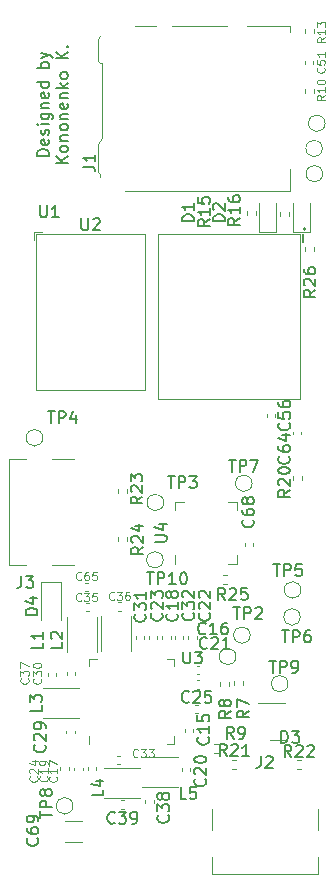
<source format=gbr>
G04 #@! TF.GenerationSoftware,KiCad,Pcbnew,7.0.8-7.0.8~ubuntu22.04.1*
G04 #@! TF.CreationDate,2023-10-22T15:09:54+03:00*
G04 #@! TF.ProjectId,H616_devboard,48363136-5f64-4657-9662-6f6172642e6b,rev?*
G04 #@! TF.SameCoordinates,Original*
G04 #@! TF.FileFunction,Legend,Top*
G04 #@! TF.FilePolarity,Positive*
%FSLAX46Y46*%
G04 Gerber Fmt 4.6, Leading zero omitted, Abs format (unit mm)*
G04 Created by KiCad (PCBNEW 7.0.8-7.0.8~ubuntu22.04.1) date 2023-10-22 15:09:54*
%MOMM*%
%LPD*%
G01*
G04 APERTURE LIST*
%ADD10C,0.150000*%
%ADD11C,0.100000*%
%ADD12C,0.120000*%
G04 APERTURE END LIST*
D10*
X152320000Y-83370000D02*
X152320000Y-84050000D01*
X130809819Y-76773333D02*
X129809819Y-76773333D01*
X129809819Y-76773333D02*
X129809819Y-76535238D01*
X129809819Y-76535238D02*
X129857438Y-76392381D01*
X129857438Y-76392381D02*
X129952676Y-76297143D01*
X129952676Y-76297143D02*
X130047914Y-76249524D01*
X130047914Y-76249524D02*
X130238390Y-76201905D01*
X130238390Y-76201905D02*
X130381247Y-76201905D01*
X130381247Y-76201905D02*
X130571723Y-76249524D01*
X130571723Y-76249524D02*
X130666961Y-76297143D01*
X130666961Y-76297143D02*
X130762200Y-76392381D01*
X130762200Y-76392381D02*
X130809819Y-76535238D01*
X130809819Y-76535238D02*
X130809819Y-76773333D01*
X130762200Y-75392381D02*
X130809819Y-75487619D01*
X130809819Y-75487619D02*
X130809819Y-75678095D01*
X130809819Y-75678095D02*
X130762200Y-75773333D01*
X130762200Y-75773333D02*
X130666961Y-75820952D01*
X130666961Y-75820952D02*
X130286009Y-75820952D01*
X130286009Y-75820952D02*
X130190771Y-75773333D01*
X130190771Y-75773333D02*
X130143152Y-75678095D01*
X130143152Y-75678095D02*
X130143152Y-75487619D01*
X130143152Y-75487619D02*
X130190771Y-75392381D01*
X130190771Y-75392381D02*
X130286009Y-75344762D01*
X130286009Y-75344762D02*
X130381247Y-75344762D01*
X130381247Y-75344762D02*
X130476485Y-75820952D01*
X130762200Y-74963809D02*
X130809819Y-74868571D01*
X130809819Y-74868571D02*
X130809819Y-74678095D01*
X130809819Y-74678095D02*
X130762200Y-74582857D01*
X130762200Y-74582857D02*
X130666961Y-74535238D01*
X130666961Y-74535238D02*
X130619342Y-74535238D01*
X130619342Y-74535238D02*
X130524104Y-74582857D01*
X130524104Y-74582857D02*
X130476485Y-74678095D01*
X130476485Y-74678095D02*
X130476485Y-74820952D01*
X130476485Y-74820952D02*
X130428866Y-74916190D01*
X130428866Y-74916190D02*
X130333628Y-74963809D01*
X130333628Y-74963809D02*
X130286009Y-74963809D01*
X130286009Y-74963809D02*
X130190771Y-74916190D01*
X130190771Y-74916190D02*
X130143152Y-74820952D01*
X130143152Y-74820952D02*
X130143152Y-74678095D01*
X130143152Y-74678095D02*
X130190771Y-74582857D01*
X130809819Y-74106666D02*
X130143152Y-74106666D01*
X129809819Y-74106666D02*
X129857438Y-74154285D01*
X129857438Y-74154285D02*
X129905057Y-74106666D01*
X129905057Y-74106666D02*
X129857438Y-74059047D01*
X129857438Y-74059047D02*
X129809819Y-74106666D01*
X129809819Y-74106666D02*
X129905057Y-74106666D01*
X130143152Y-73201905D02*
X130952676Y-73201905D01*
X130952676Y-73201905D02*
X131047914Y-73249524D01*
X131047914Y-73249524D02*
X131095533Y-73297143D01*
X131095533Y-73297143D02*
X131143152Y-73392381D01*
X131143152Y-73392381D02*
X131143152Y-73535238D01*
X131143152Y-73535238D02*
X131095533Y-73630476D01*
X130762200Y-73201905D02*
X130809819Y-73297143D01*
X130809819Y-73297143D02*
X130809819Y-73487619D01*
X130809819Y-73487619D02*
X130762200Y-73582857D01*
X130762200Y-73582857D02*
X130714580Y-73630476D01*
X130714580Y-73630476D02*
X130619342Y-73678095D01*
X130619342Y-73678095D02*
X130333628Y-73678095D01*
X130333628Y-73678095D02*
X130238390Y-73630476D01*
X130238390Y-73630476D02*
X130190771Y-73582857D01*
X130190771Y-73582857D02*
X130143152Y-73487619D01*
X130143152Y-73487619D02*
X130143152Y-73297143D01*
X130143152Y-73297143D02*
X130190771Y-73201905D01*
X130143152Y-72725714D02*
X130809819Y-72725714D01*
X130238390Y-72725714D02*
X130190771Y-72678095D01*
X130190771Y-72678095D02*
X130143152Y-72582857D01*
X130143152Y-72582857D02*
X130143152Y-72440000D01*
X130143152Y-72440000D02*
X130190771Y-72344762D01*
X130190771Y-72344762D02*
X130286009Y-72297143D01*
X130286009Y-72297143D02*
X130809819Y-72297143D01*
X130762200Y-71440000D02*
X130809819Y-71535238D01*
X130809819Y-71535238D02*
X130809819Y-71725714D01*
X130809819Y-71725714D02*
X130762200Y-71820952D01*
X130762200Y-71820952D02*
X130666961Y-71868571D01*
X130666961Y-71868571D02*
X130286009Y-71868571D01*
X130286009Y-71868571D02*
X130190771Y-71820952D01*
X130190771Y-71820952D02*
X130143152Y-71725714D01*
X130143152Y-71725714D02*
X130143152Y-71535238D01*
X130143152Y-71535238D02*
X130190771Y-71440000D01*
X130190771Y-71440000D02*
X130286009Y-71392381D01*
X130286009Y-71392381D02*
X130381247Y-71392381D01*
X130381247Y-71392381D02*
X130476485Y-71868571D01*
X130809819Y-70535238D02*
X129809819Y-70535238D01*
X130762200Y-70535238D02*
X130809819Y-70630476D01*
X130809819Y-70630476D02*
X130809819Y-70820952D01*
X130809819Y-70820952D02*
X130762200Y-70916190D01*
X130762200Y-70916190D02*
X130714580Y-70963809D01*
X130714580Y-70963809D02*
X130619342Y-71011428D01*
X130619342Y-71011428D02*
X130333628Y-71011428D01*
X130333628Y-71011428D02*
X130238390Y-70963809D01*
X130238390Y-70963809D02*
X130190771Y-70916190D01*
X130190771Y-70916190D02*
X130143152Y-70820952D01*
X130143152Y-70820952D02*
X130143152Y-70630476D01*
X130143152Y-70630476D02*
X130190771Y-70535238D01*
X130809819Y-69297142D02*
X129809819Y-69297142D01*
X130190771Y-69297142D02*
X130143152Y-69201904D01*
X130143152Y-69201904D02*
X130143152Y-69011428D01*
X130143152Y-69011428D02*
X130190771Y-68916190D01*
X130190771Y-68916190D02*
X130238390Y-68868571D01*
X130238390Y-68868571D02*
X130333628Y-68820952D01*
X130333628Y-68820952D02*
X130619342Y-68820952D01*
X130619342Y-68820952D02*
X130714580Y-68868571D01*
X130714580Y-68868571D02*
X130762200Y-68916190D01*
X130762200Y-68916190D02*
X130809819Y-69011428D01*
X130809819Y-69011428D02*
X130809819Y-69201904D01*
X130809819Y-69201904D02*
X130762200Y-69297142D01*
X130143152Y-68487618D02*
X130809819Y-68249523D01*
X130143152Y-68011428D02*
X130809819Y-68249523D01*
X130809819Y-68249523D02*
X131047914Y-68344761D01*
X131047914Y-68344761D02*
X131095533Y-68392380D01*
X131095533Y-68392380D02*
X131143152Y-68487618D01*
X132419819Y-77368571D02*
X131419819Y-77368571D01*
X132419819Y-76797143D02*
X131848390Y-77225714D01*
X131419819Y-76797143D02*
X131991247Y-77368571D01*
X132419819Y-76225714D02*
X132372200Y-76320952D01*
X132372200Y-76320952D02*
X132324580Y-76368571D01*
X132324580Y-76368571D02*
X132229342Y-76416190D01*
X132229342Y-76416190D02*
X131943628Y-76416190D01*
X131943628Y-76416190D02*
X131848390Y-76368571D01*
X131848390Y-76368571D02*
X131800771Y-76320952D01*
X131800771Y-76320952D02*
X131753152Y-76225714D01*
X131753152Y-76225714D02*
X131753152Y-76082857D01*
X131753152Y-76082857D02*
X131800771Y-75987619D01*
X131800771Y-75987619D02*
X131848390Y-75940000D01*
X131848390Y-75940000D02*
X131943628Y-75892381D01*
X131943628Y-75892381D02*
X132229342Y-75892381D01*
X132229342Y-75892381D02*
X132324580Y-75940000D01*
X132324580Y-75940000D02*
X132372200Y-75987619D01*
X132372200Y-75987619D02*
X132419819Y-76082857D01*
X132419819Y-76082857D02*
X132419819Y-76225714D01*
X131753152Y-75463809D02*
X132419819Y-75463809D01*
X131848390Y-75463809D02*
X131800771Y-75416190D01*
X131800771Y-75416190D02*
X131753152Y-75320952D01*
X131753152Y-75320952D02*
X131753152Y-75178095D01*
X131753152Y-75178095D02*
X131800771Y-75082857D01*
X131800771Y-75082857D02*
X131896009Y-75035238D01*
X131896009Y-75035238D02*
X132419819Y-75035238D01*
X132419819Y-74416190D02*
X132372200Y-74511428D01*
X132372200Y-74511428D02*
X132324580Y-74559047D01*
X132324580Y-74559047D02*
X132229342Y-74606666D01*
X132229342Y-74606666D02*
X131943628Y-74606666D01*
X131943628Y-74606666D02*
X131848390Y-74559047D01*
X131848390Y-74559047D02*
X131800771Y-74511428D01*
X131800771Y-74511428D02*
X131753152Y-74416190D01*
X131753152Y-74416190D02*
X131753152Y-74273333D01*
X131753152Y-74273333D02*
X131800771Y-74178095D01*
X131800771Y-74178095D02*
X131848390Y-74130476D01*
X131848390Y-74130476D02*
X131943628Y-74082857D01*
X131943628Y-74082857D02*
X132229342Y-74082857D01*
X132229342Y-74082857D02*
X132324580Y-74130476D01*
X132324580Y-74130476D02*
X132372200Y-74178095D01*
X132372200Y-74178095D02*
X132419819Y-74273333D01*
X132419819Y-74273333D02*
X132419819Y-74416190D01*
X131753152Y-73654285D02*
X132419819Y-73654285D01*
X131848390Y-73654285D02*
X131800771Y-73606666D01*
X131800771Y-73606666D02*
X131753152Y-73511428D01*
X131753152Y-73511428D02*
X131753152Y-73368571D01*
X131753152Y-73368571D02*
X131800771Y-73273333D01*
X131800771Y-73273333D02*
X131896009Y-73225714D01*
X131896009Y-73225714D02*
X132419819Y-73225714D01*
X132372200Y-72368571D02*
X132419819Y-72463809D01*
X132419819Y-72463809D02*
X132419819Y-72654285D01*
X132419819Y-72654285D02*
X132372200Y-72749523D01*
X132372200Y-72749523D02*
X132276961Y-72797142D01*
X132276961Y-72797142D02*
X131896009Y-72797142D01*
X131896009Y-72797142D02*
X131800771Y-72749523D01*
X131800771Y-72749523D02*
X131753152Y-72654285D01*
X131753152Y-72654285D02*
X131753152Y-72463809D01*
X131753152Y-72463809D02*
X131800771Y-72368571D01*
X131800771Y-72368571D02*
X131896009Y-72320952D01*
X131896009Y-72320952D02*
X131991247Y-72320952D01*
X131991247Y-72320952D02*
X132086485Y-72797142D01*
X131753152Y-71892380D02*
X132419819Y-71892380D01*
X131848390Y-71892380D02*
X131800771Y-71844761D01*
X131800771Y-71844761D02*
X131753152Y-71749523D01*
X131753152Y-71749523D02*
X131753152Y-71606666D01*
X131753152Y-71606666D02*
X131800771Y-71511428D01*
X131800771Y-71511428D02*
X131896009Y-71463809D01*
X131896009Y-71463809D02*
X132419819Y-71463809D01*
X132419819Y-70987618D02*
X131419819Y-70987618D01*
X132038866Y-70892380D02*
X132419819Y-70606666D01*
X131753152Y-70606666D02*
X132134104Y-70987618D01*
X132419819Y-70035237D02*
X132372200Y-70130475D01*
X132372200Y-70130475D02*
X132324580Y-70178094D01*
X132324580Y-70178094D02*
X132229342Y-70225713D01*
X132229342Y-70225713D02*
X131943628Y-70225713D01*
X131943628Y-70225713D02*
X131848390Y-70178094D01*
X131848390Y-70178094D02*
X131800771Y-70130475D01*
X131800771Y-70130475D02*
X131753152Y-70035237D01*
X131753152Y-70035237D02*
X131753152Y-69892380D01*
X131753152Y-69892380D02*
X131800771Y-69797142D01*
X131800771Y-69797142D02*
X131848390Y-69749523D01*
X131848390Y-69749523D02*
X131943628Y-69701904D01*
X131943628Y-69701904D02*
X132229342Y-69701904D01*
X132229342Y-69701904D02*
X132324580Y-69749523D01*
X132324580Y-69749523D02*
X132372200Y-69797142D01*
X132372200Y-69797142D02*
X132419819Y-69892380D01*
X132419819Y-69892380D02*
X132419819Y-70035237D01*
X132419819Y-68511427D02*
X131419819Y-68511427D01*
X132419819Y-67939999D02*
X131848390Y-68368570D01*
X131419819Y-67939999D02*
X131991247Y-68511427D01*
X132324580Y-67511427D02*
X132372200Y-67463808D01*
X132372200Y-67463808D02*
X132419819Y-67511427D01*
X132419819Y-67511427D02*
X132372200Y-67559046D01*
X132372200Y-67559046D02*
X132324580Y-67511427D01*
X132324580Y-67511427D02*
X132419819Y-67511427D01*
X151129580Y-102212857D02*
X151177200Y-102260476D01*
X151177200Y-102260476D02*
X151224819Y-102403333D01*
X151224819Y-102403333D02*
X151224819Y-102498571D01*
X151224819Y-102498571D02*
X151177200Y-102641428D01*
X151177200Y-102641428D02*
X151081961Y-102736666D01*
X151081961Y-102736666D02*
X150986723Y-102784285D01*
X150986723Y-102784285D02*
X150796247Y-102831904D01*
X150796247Y-102831904D02*
X150653390Y-102831904D01*
X150653390Y-102831904D02*
X150462914Y-102784285D01*
X150462914Y-102784285D02*
X150367676Y-102736666D01*
X150367676Y-102736666D02*
X150272438Y-102641428D01*
X150272438Y-102641428D02*
X150224819Y-102498571D01*
X150224819Y-102498571D02*
X150224819Y-102403333D01*
X150224819Y-102403333D02*
X150272438Y-102260476D01*
X150272438Y-102260476D02*
X150320057Y-102212857D01*
X150224819Y-101355714D02*
X150224819Y-101546190D01*
X150224819Y-101546190D02*
X150272438Y-101641428D01*
X150272438Y-101641428D02*
X150320057Y-101689047D01*
X150320057Y-101689047D02*
X150462914Y-101784285D01*
X150462914Y-101784285D02*
X150653390Y-101831904D01*
X150653390Y-101831904D02*
X151034342Y-101831904D01*
X151034342Y-101831904D02*
X151129580Y-101784285D01*
X151129580Y-101784285D02*
X151177200Y-101736666D01*
X151177200Y-101736666D02*
X151224819Y-101641428D01*
X151224819Y-101641428D02*
X151224819Y-101450952D01*
X151224819Y-101450952D02*
X151177200Y-101355714D01*
X151177200Y-101355714D02*
X151129580Y-101308095D01*
X151129580Y-101308095D02*
X151034342Y-101260476D01*
X151034342Y-101260476D02*
X150796247Y-101260476D01*
X150796247Y-101260476D02*
X150701009Y-101308095D01*
X150701009Y-101308095D02*
X150653390Y-101355714D01*
X150653390Y-101355714D02*
X150605771Y-101450952D01*
X150605771Y-101450952D02*
X150605771Y-101641428D01*
X150605771Y-101641428D02*
X150653390Y-101736666D01*
X150653390Y-101736666D02*
X150701009Y-101784285D01*
X150701009Y-101784285D02*
X150796247Y-101831904D01*
X150558152Y-100403333D02*
X151224819Y-100403333D01*
X150177200Y-100641428D02*
X150891485Y-100879523D01*
X150891485Y-100879523D02*
X150891485Y-100260476D01*
X144299580Y-125982857D02*
X144347200Y-126030476D01*
X144347200Y-126030476D02*
X144394819Y-126173333D01*
X144394819Y-126173333D02*
X144394819Y-126268571D01*
X144394819Y-126268571D02*
X144347200Y-126411428D01*
X144347200Y-126411428D02*
X144251961Y-126506666D01*
X144251961Y-126506666D02*
X144156723Y-126554285D01*
X144156723Y-126554285D02*
X143966247Y-126601904D01*
X143966247Y-126601904D02*
X143823390Y-126601904D01*
X143823390Y-126601904D02*
X143632914Y-126554285D01*
X143632914Y-126554285D02*
X143537676Y-126506666D01*
X143537676Y-126506666D02*
X143442438Y-126411428D01*
X143442438Y-126411428D02*
X143394819Y-126268571D01*
X143394819Y-126268571D02*
X143394819Y-126173333D01*
X143394819Y-126173333D02*
X143442438Y-126030476D01*
X143442438Y-126030476D02*
X143490057Y-125982857D01*
X144394819Y-125030476D02*
X144394819Y-125601904D01*
X144394819Y-125316190D02*
X143394819Y-125316190D01*
X143394819Y-125316190D02*
X143537676Y-125411428D01*
X143537676Y-125411428D02*
X143632914Y-125506666D01*
X143632914Y-125506666D02*
X143680533Y-125601904D01*
X143394819Y-124125714D02*
X143394819Y-124601904D01*
X143394819Y-124601904D02*
X143871009Y-124649523D01*
X143871009Y-124649523D02*
X143823390Y-124601904D01*
X143823390Y-124601904D02*
X143775771Y-124506666D01*
X143775771Y-124506666D02*
X143775771Y-124268571D01*
X143775771Y-124268571D02*
X143823390Y-124173333D01*
X143823390Y-124173333D02*
X143871009Y-124125714D01*
X143871009Y-124125714D02*
X143966247Y-124078095D01*
X143966247Y-124078095D02*
X144204342Y-124078095D01*
X144204342Y-124078095D02*
X144299580Y-124125714D01*
X144299580Y-124125714D02*
X144347200Y-124173333D01*
X144347200Y-124173333D02*
X144394819Y-124268571D01*
X144394819Y-124268571D02*
X144394819Y-124506666D01*
X144394819Y-124506666D02*
X144347200Y-124601904D01*
X144347200Y-124601904D02*
X144299580Y-124649523D01*
X131954819Y-117926666D02*
X131954819Y-118402856D01*
X131954819Y-118402856D02*
X130954819Y-118402856D01*
X131050057Y-117640951D02*
X131002438Y-117593332D01*
X131002438Y-117593332D02*
X130954819Y-117498094D01*
X130954819Y-117498094D02*
X130954819Y-117259999D01*
X130954819Y-117259999D02*
X131002438Y-117164761D01*
X131002438Y-117164761D02*
X131050057Y-117117142D01*
X131050057Y-117117142D02*
X131145295Y-117069523D01*
X131145295Y-117069523D02*
X131240533Y-117069523D01*
X131240533Y-117069523D02*
X131383390Y-117117142D01*
X131383390Y-117117142D02*
X131954819Y-117688570D01*
X131954819Y-117688570D02*
X131954819Y-117069523D01*
D11*
X138349999Y-127611966D02*
X138316666Y-127645300D01*
X138316666Y-127645300D02*
X138216666Y-127678633D01*
X138216666Y-127678633D02*
X138149999Y-127678633D01*
X138149999Y-127678633D02*
X138049999Y-127645300D01*
X138049999Y-127645300D02*
X137983333Y-127578633D01*
X137983333Y-127578633D02*
X137949999Y-127511966D01*
X137949999Y-127511966D02*
X137916666Y-127378633D01*
X137916666Y-127378633D02*
X137916666Y-127278633D01*
X137916666Y-127278633D02*
X137949999Y-127145300D01*
X137949999Y-127145300D02*
X137983333Y-127078633D01*
X137983333Y-127078633D02*
X138049999Y-127011966D01*
X138049999Y-127011966D02*
X138149999Y-126978633D01*
X138149999Y-126978633D02*
X138216666Y-126978633D01*
X138216666Y-126978633D02*
X138316666Y-127011966D01*
X138316666Y-127011966D02*
X138349999Y-127045300D01*
X138583333Y-126978633D02*
X139016666Y-126978633D01*
X139016666Y-126978633D02*
X138783333Y-127245300D01*
X138783333Y-127245300D02*
X138883333Y-127245300D01*
X138883333Y-127245300D02*
X138949999Y-127278633D01*
X138949999Y-127278633D02*
X138983333Y-127311966D01*
X138983333Y-127311966D02*
X139016666Y-127378633D01*
X139016666Y-127378633D02*
X139016666Y-127545300D01*
X139016666Y-127545300D02*
X138983333Y-127611966D01*
X138983333Y-127611966D02*
X138949999Y-127645300D01*
X138949999Y-127645300D02*
X138883333Y-127678633D01*
X138883333Y-127678633D02*
X138683333Y-127678633D01*
X138683333Y-127678633D02*
X138616666Y-127645300D01*
X138616666Y-127645300D02*
X138583333Y-127611966D01*
X139250000Y-126978633D02*
X139683333Y-126978633D01*
X139683333Y-126978633D02*
X139450000Y-127245300D01*
X139450000Y-127245300D02*
X139550000Y-127245300D01*
X139550000Y-127245300D02*
X139616666Y-127278633D01*
X139616666Y-127278633D02*
X139650000Y-127311966D01*
X139650000Y-127311966D02*
X139683333Y-127378633D01*
X139683333Y-127378633D02*
X139683333Y-127545300D01*
X139683333Y-127545300D02*
X139650000Y-127611966D01*
X139650000Y-127611966D02*
X139616666Y-127645300D01*
X139616666Y-127645300D02*
X139550000Y-127678633D01*
X139550000Y-127678633D02*
X139350000Y-127678633D01*
X139350000Y-127678633D02*
X139283333Y-127645300D01*
X139283333Y-127645300D02*
X139250000Y-127611966D01*
D10*
X150558095Y-116944819D02*
X151129523Y-116944819D01*
X150843809Y-117944819D02*
X150843809Y-116944819D01*
X151462857Y-117944819D02*
X151462857Y-116944819D01*
X151462857Y-116944819D02*
X151843809Y-116944819D01*
X151843809Y-116944819D02*
X151939047Y-116992438D01*
X151939047Y-116992438D02*
X151986666Y-117040057D01*
X151986666Y-117040057D02*
X152034285Y-117135295D01*
X152034285Y-117135295D02*
X152034285Y-117278152D01*
X152034285Y-117278152D02*
X151986666Y-117373390D01*
X151986666Y-117373390D02*
X151939047Y-117421009D01*
X151939047Y-117421009D02*
X151843809Y-117468628D01*
X151843809Y-117468628D02*
X151462857Y-117468628D01*
X152891428Y-116944819D02*
X152700952Y-116944819D01*
X152700952Y-116944819D02*
X152605714Y-116992438D01*
X152605714Y-116992438D02*
X152558095Y-117040057D01*
X152558095Y-117040057D02*
X152462857Y-117182914D01*
X152462857Y-117182914D02*
X152415238Y-117373390D01*
X152415238Y-117373390D02*
X152415238Y-117754342D01*
X152415238Y-117754342D02*
X152462857Y-117849580D01*
X152462857Y-117849580D02*
X152510476Y-117897200D01*
X152510476Y-117897200D02*
X152605714Y-117944819D01*
X152605714Y-117944819D02*
X152796190Y-117944819D01*
X152796190Y-117944819D02*
X152891428Y-117897200D01*
X152891428Y-117897200D02*
X152939047Y-117849580D01*
X152939047Y-117849580D02*
X152986666Y-117754342D01*
X152986666Y-117754342D02*
X152986666Y-117516247D01*
X152986666Y-117516247D02*
X152939047Y-117421009D01*
X152939047Y-117421009D02*
X152891428Y-117373390D01*
X152891428Y-117373390D02*
X152796190Y-117325771D01*
X152796190Y-117325771D02*
X152605714Y-117325771D01*
X152605714Y-117325771D02*
X152510476Y-117373390D01*
X152510476Y-117373390D02*
X152462857Y-117421009D01*
X152462857Y-117421009D02*
X152415238Y-117516247D01*
D11*
X154111966Y-69300000D02*
X154145300Y-69333333D01*
X154145300Y-69333333D02*
X154178633Y-69433333D01*
X154178633Y-69433333D02*
X154178633Y-69500000D01*
X154178633Y-69500000D02*
X154145300Y-69600000D01*
X154145300Y-69600000D02*
X154078633Y-69666667D01*
X154078633Y-69666667D02*
X154011966Y-69700000D01*
X154011966Y-69700000D02*
X153878633Y-69733333D01*
X153878633Y-69733333D02*
X153778633Y-69733333D01*
X153778633Y-69733333D02*
X153645300Y-69700000D01*
X153645300Y-69700000D02*
X153578633Y-69666667D01*
X153578633Y-69666667D02*
X153511966Y-69600000D01*
X153511966Y-69600000D02*
X153478633Y-69500000D01*
X153478633Y-69500000D02*
X153478633Y-69433333D01*
X153478633Y-69433333D02*
X153511966Y-69333333D01*
X153511966Y-69333333D02*
X153545300Y-69300000D01*
X153478633Y-68666667D02*
X153478633Y-69000000D01*
X153478633Y-69000000D02*
X153811966Y-69033333D01*
X153811966Y-69033333D02*
X153778633Y-69000000D01*
X153778633Y-69000000D02*
X153745300Y-68933333D01*
X153745300Y-68933333D02*
X153745300Y-68766667D01*
X153745300Y-68766667D02*
X153778633Y-68700000D01*
X153778633Y-68700000D02*
X153811966Y-68666667D01*
X153811966Y-68666667D02*
X153878633Y-68633333D01*
X153878633Y-68633333D02*
X154045300Y-68633333D01*
X154045300Y-68633333D02*
X154111966Y-68666667D01*
X154111966Y-68666667D02*
X154145300Y-68700000D01*
X154145300Y-68700000D02*
X154178633Y-68766667D01*
X154178633Y-68766667D02*
X154178633Y-68933333D01*
X154178633Y-68933333D02*
X154145300Y-69000000D01*
X154145300Y-69000000D02*
X154111966Y-69033333D01*
X154178633Y-67966666D02*
X154178633Y-68366666D01*
X154178633Y-68166666D02*
X153478633Y-68166666D01*
X153478633Y-68166666D02*
X153578633Y-68233333D01*
X153578633Y-68233333D02*
X153645300Y-68300000D01*
X153645300Y-68300000D02*
X153678633Y-68366666D01*
D10*
X144434819Y-82142857D02*
X143958628Y-82476190D01*
X144434819Y-82714285D02*
X143434819Y-82714285D01*
X143434819Y-82714285D02*
X143434819Y-82333333D01*
X143434819Y-82333333D02*
X143482438Y-82238095D01*
X143482438Y-82238095D02*
X143530057Y-82190476D01*
X143530057Y-82190476D02*
X143625295Y-82142857D01*
X143625295Y-82142857D02*
X143768152Y-82142857D01*
X143768152Y-82142857D02*
X143863390Y-82190476D01*
X143863390Y-82190476D02*
X143911009Y-82238095D01*
X143911009Y-82238095D02*
X143958628Y-82333333D01*
X143958628Y-82333333D02*
X143958628Y-82714285D01*
X144434819Y-81190476D02*
X144434819Y-81761904D01*
X144434819Y-81476190D02*
X143434819Y-81476190D01*
X143434819Y-81476190D02*
X143577676Y-81571428D01*
X143577676Y-81571428D02*
X143672914Y-81666666D01*
X143672914Y-81666666D02*
X143720533Y-81761904D01*
X143434819Y-80285714D02*
X143434819Y-80761904D01*
X143434819Y-80761904D02*
X143911009Y-80809523D01*
X143911009Y-80809523D02*
X143863390Y-80761904D01*
X143863390Y-80761904D02*
X143815771Y-80666666D01*
X143815771Y-80666666D02*
X143815771Y-80428571D01*
X143815771Y-80428571D02*
X143863390Y-80333333D01*
X143863390Y-80333333D02*
X143911009Y-80285714D01*
X143911009Y-80285714D02*
X144006247Y-80238095D01*
X144006247Y-80238095D02*
X144244342Y-80238095D01*
X144244342Y-80238095D02*
X144339580Y-80285714D01*
X144339580Y-80285714D02*
X144387200Y-80333333D01*
X144387200Y-80333333D02*
X144434819Y-80428571D01*
X144434819Y-80428571D02*
X144434819Y-80666666D01*
X144434819Y-80666666D02*
X144387200Y-80761904D01*
X144387200Y-80761904D02*
X144339580Y-80809523D01*
X140888095Y-103884819D02*
X141459523Y-103884819D01*
X141173809Y-104884819D02*
X141173809Y-103884819D01*
X141792857Y-104884819D02*
X141792857Y-103884819D01*
X141792857Y-103884819D02*
X142173809Y-103884819D01*
X142173809Y-103884819D02*
X142269047Y-103932438D01*
X142269047Y-103932438D02*
X142316666Y-103980057D01*
X142316666Y-103980057D02*
X142364285Y-104075295D01*
X142364285Y-104075295D02*
X142364285Y-104218152D01*
X142364285Y-104218152D02*
X142316666Y-104313390D01*
X142316666Y-104313390D02*
X142269047Y-104361009D01*
X142269047Y-104361009D02*
X142173809Y-104408628D01*
X142173809Y-104408628D02*
X141792857Y-104408628D01*
X142697619Y-103884819D02*
X143316666Y-103884819D01*
X143316666Y-103884819D02*
X142983333Y-104265771D01*
X142983333Y-104265771D02*
X143126190Y-104265771D01*
X143126190Y-104265771D02*
X143221428Y-104313390D01*
X143221428Y-104313390D02*
X143269047Y-104361009D01*
X143269047Y-104361009D02*
X143316666Y-104456247D01*
X143316666Y-104456247D02*
X143316666Y-104694342D01*
X143316666Y-104694342D02*
X143269047Y-104789580D01*
X143269047Y-104789580D02*
X143221428Y-104837200D01*
X143221428Y-104837200D02*
X143126190Y-104884819D01*
X143126190Y-104884819D02*
X142840476Y-104884819D01*
X142840476Y-104884819D02*
X142745238Y-104837200D01*
X142745238Y-104837200D02*
X142697619Y-104789580D01*
X146058095Y-102486819D02*
X146629523Y-102486819D01*
X146343809Y-103486819D02*
X146343809Y-102486819D01*
X146962857Y-103486819D02*
X146962857Y-102486819D01*
X146962857Y-102486819D02*
X147343809Y-102486819D01*
X147343809Y-102486819D02*
X147439047Y-102534438D01*
X147439047Y-102534438D02*
X147486666Y-102582057D01*
X147486666Y-102582057D02*
X147534285Y-102677295D01*
X147534285Y-102677295D02*
X147534285Y-102820152D01*
X147534285Y-102820152D02*
X147486666Y-102915390D01*
X147486666Y-102915390D02*
X147439047Y-102963009D01*
X147439047Y-102963009D02*
X147343809Y-103010628D01*
X147343809Y-103010628D02*
X146962857Y-103010628D01*
X147867619Y-102486819D02*
X148534285Y-102486819D01*
X148534285Y-102486819D02*
X148105714Y-103486819D01*
X138804819Y-109882857D02*
X138328628Y-110216190D01*
X138804819Y-110454285D02*
X137804819Y-110454285D01*
X137804819Y-110454285D02*
X137804819Y-110073333D01*
X137804819Y-110073333D02*
X137852438Y-109978095D01*
X137852438Y-109978095D02*
X137900057Y-109930476D01*
X137900057Y-109930476D02*
X137995295Y-109882857D01*
X137995295Y-109882857D02*
X138138152Y-109882857D01*
X138138152Y-109882857D02*
X138233390Y-109930476D01*
X138233390Y-109930476D02*
X138281009Y-109978095D01*
X138281009Y-109978095D02*
X138328628Y-110073333D01*
X138328628Y-110073333D02*
X138328628Y-110454285D01*
X137900057Y-109501904D02*
X137852438Y-109454285D01*
X137852438Y-109454285D02*
X137804819Y-109359047D01*
X137804819Y-109359047D02*
X137804819Y-109120952D01*
X137804819Y-109120952D02*
X137852438Y-109025714D01*
X137852438Y-109025714D02*
X137900057Y-108978095D01*
X137900057Y-108978095D02*
X137995295Y-108930476D01*
X137995295Y-108930476D02*
X138090533Y-108930476D01*
X138090533Y-108930476D02*
X138233390Y-108978095D01*
X138233390Y-108978095D02*
X138804819Y-109549523D01*
X138804819Y-109549523D02*
X138804819Y-108930476D01*
X138138152Y-108073333D02*
X138804819Y-108073333D01*
X137757200Y-108311428D02*
X138471485Y-108549523D01*
X138471485Y-108549523D02*
X138471485Y-107930476D01*
X130058095Y-80964819D02*
X130058095Y-81774342D01*
X130058095Y-81774342D02*
X130105714Y-81869580D01*
X130105714Y-81869580D02*
X130153333Y-81917200D01*
X130153333Y-81917200D02*
X130248571Y-81964819D01*
X130248571Y-81964819D02*
X130439047Y-81964819D01*
X130439047Y-81964819D02*
X130534285Y-81917200D01*
X130534285Y-81917200D02*
X130581904Y-81869580D01*
X130581904Y-81869580D02*
X130629523Y-81774342D01*
X130629523Y-81774342D02*
X130629523Y-80964819D01*
X131629523Y-81964819D02*
X131058095Y-81964819D01*
X131343809Y-81964819D02*
X131343809Y-80964819D01*
X131343809Y-80964819D02*
X131248571Y-81107676D01*
X131248571Y-81107676D02*
X131153333Y-81202914D01*
X131153333Y-81202914D02*
X131058095Y-81250533D01*
X138729819Y-105607857D02*
X138253628Y-105941190D01*
X138729819Y-106179285D02*
X137729819Y-106179285D01*
X137729819Y-106179285D02*
X137729819Y-105798333D01*
X137729819Y-105798333D02*
X137777438Y-105703095D01*
X137777438Y-105703095D02*
X137825057Y-105655476D01*
X137825057Y-105655476D02*
X137920295Y-105607857D01*
X137920295Y-105607857D02*
X138063152Y-105607857D01*
X138063152Y-105607857D02*
X138158390Y-105655476D01*
X138158390Y-105655476D02*
X138206009Y-105703095D01*
X138206009Y-105703095D02*
X138253628Y-105798333D01*
X138253628Y-105798333D02*
X138253628Y-106179285D01*
X137825057Y-105226904D02*
X137777438Y-105179285D01*
X137777438Y-105179285D02*
X137729819Y-105084047D01*
X137729819Y-105084047D02*
X137729819Y-104845952D01*
X137729819Y-104845952D02*
X137777438Y-104750714D01*
X137777438Y-104750714D02*
X137825057Y-104703095D01*
X137825057Y-104703095D02*
X137920295Y-104655476D01*
X137920295Y-104655476D02*
X138015533Y-104655476D01*
X138015533Y-104655476D02*
X138158390Y-104703095D01*
X138158390Y-104703095D02*
X138729819Y-105274523D01*
X138729819Y-105274523D02*
X138729819Y-104655476D01*
X137729819Y-104322142D02*
X137729819Y-103703095D01*
X137729819Y-103703095D02*
X138110771Y-104036428D01*
X138110771Y-104036428D02*
X138110771Y-103893571D01*
X138110771Y-103893571D02*
X138158390Y-103798333D01*
X138158390Y-103798333D02*
X138206009Y-103750714D01*
X138206009Y-103750714D02*
X138301247Y-103703095D01*
X138301247Y-103703095D02*
X138539342Y-103703095D01*
X138539342Y-103703095D02*
X138634580Y-103750714D01*
X138634580Y-103750714D02*
X138682200Y-103798333D01*
X138682200Y-103798333D02*
X138729819Y-103893571D01*
X138729819Y-103893571D02*
X138729819Y-104179285D01*
X138729819Y-104179285D02*
X138682200Y-104274523D01*
X138682200Y-104274523D02*
X138634580Y-104322142D01*
X130334819Y-117966666D02*
X130334819Y-118442856D01*
X130334819Y-118442856D02*
X129334819Y-118442856D01*
X130334819Y-117109523D02*
X130334819Y-117680951D01*
X130334819Y-117395237D02*
X129334819Y-117395237D01*
X129334819Y-117395237D02*
X129477676Y-117490475D01*
X129477676Y-117490475D02*
X129572914Y-117585713D01*
X129572914Y-117585713D02*
X129620533Y-117680951D01*
X145694819Y-82298094D02*
X144694819Y-82298094D01*
X144694819Y-82298094D02*
X144694819Y-82059999D01*
X144694819Y-82059999D02*
X144742438Y-81917142D01*
X144742438Y-81917142D02*
X144837676Y-81821904D01*
X144837676Y-81821904D02*
X144932914Y-81774285D01*
X144932914Y-81774285D02*
X145123390Y-81726666D01*
X145123390Y-81726666D02*
X145266247Y-81726666D01*
X145266247Y-81726666D02*
X145456723Y-81774285D01*
X145456723Y-81774285D02*
X145551961Y-81821904D01*
X145551961Y-81821904D02*
X145647200Y-81917142D01*
X145647200Y-81917142D02*
X145694819Y-82059999D01*
X145694819Y-82059999D02*
X145694819Y-82298094D01*
X144790057Y-81345713D02*
X144742438Y-81298094D01*
X144742438Y-81298094D02*
X144694819Y-81202856D01*
X144694819Y-81202856D02*
X144694819Y-80964761D01*
X144694819Y-80964761D02*
X144742438Y-80869523D01*
X144742438Y-80869523D02*
X144790057Y-80821904D01*
X144790057Y-80821904D02*
X144885295Y-80774285D01*
X144885295Y-80774285D02*
X144980533Y-80774285D01*
X144980533Y-80774285D02*
X145123390Y-80821904D01*
X145123390Y-80821904D02*
X145694819Y-81393332D01*
X145694819Y-81393332D02*
X145694819Y-80774285D01*
X130064819Y-132821904D02*
X130064819Y-132250476D01*
X131064819Y-132536190D02*
X130064819Y-132536190D01*
X131064819Y-131917142D02*
X130064819Y-131917142D01*
X130064819Y-131917142D02*
X130064819Y-131536190D01*
X130064819Y-131536190D02*
X130112438Y-131440952D01*
X130112438Y-131440952D02*
X130160057Y-131393333D01*
X130160057Y-131393333D02*
X130255295Y-131345714D01*
X130255295Y-131345714D02*
X130398152Y-131345714D01*
X130398152Y-131345714D02*
X130493390Y-131393333D01*
X130493390Y-131393333D02*
X130541009Y-131440952D01*
X130541009Y-131440952D02*
X130588628Y-131536190D01*
X130588628Y-131536190D02*
X130588628Y-131917142D01*
X130493390Y-130774285D02*
X130445771Y-130869523D01*
X130445771Y-130869523D02*
X130398152Y-130917142D01*
X130398152Y-130917142D02*
X130302914Y-130964761D01*
X130302914Y-130964761D02*
X130255295Y-130964761D01*
X130255295Y-130964761D02*
X130160057Y-130917142D01*
X130160057Y-130917142D02*
X130112438Y-130869523D01*
X130112438Y-130869523D02*
X130064819Y-130774285D01*
X130064819Y-130774285D02*
X130064819Y-130583809D01*
X130064819Y-130583809D02*
X130112438Y-130488571D01*
X130112438Y-130488571D02*
X130160057Y-130440952D01*
X130160057Y-130440952D02*
X130255295Y-130393333D01*
X130255295Y-130393333D02*
X130302914Y-130393333D01*
X130302914Y-130393333D02*
X130398152Y-130440952D01*
X130398152Y-130440952D02*
X130445771Y-130488571D01*
X130445771Y-130488571D02*
X130493390Y-130583809D01*
X130493390Y-130583809D02*
X130493390Y-130774285D01*
X130493390Y-130774285D02*
X130541009Y-130869523D01*
X130541009Y-130869523D02*
X130588628Y-130917142D01*
X130588628Y-130917142D02*
X130683866Y-130964761D01*
X130683866Y-130964761D02*
X130874342Y-130964761D01*
X130874342Y-130964761D02*
X130969580Y-130917142D01*
X130969580Y-130917142D02*
X131017200Y-130869523D01*
X131017200Y-130869523D02*
X131064819Y-130774285D01*
X131064819Y-130774285D02*
X131064819Y-130583809D01*
X131064819Y-130583809D02*
X131017200Y-130488571D01*
X131017200Y-130488571D02*
X130969580Y-130440952D01*
X130969580Y-130440952D02*
X130874342Y-130393333D01*
X130874342Y-130393333D02*
X130683866Y-130393333D01*
X130683866Y-130393333D02*
X130588628Y-130440952D01*
X130588628Y-130440952D02*
X130541009Y-130488571D01*
X130541009Y-130488571D02*
X130493390Y-130583809D01*
X148756666Y-127594819D02*
X148756666Y-128309104D01*
X148756666Y-128309104D02*
X148709047Y-128451961D01*
X148709047Y-128451961D02*
X148613809Y-128547200D01*
X148613809Y-128547200D02*
X148470952Y-128594819D01*
X148470952Y-128594819D02*
X148375714Y-128594819D01*
X149185238Y-127690057D02*
X149232857Y-127642438D01*
X149232857Y-127642438D02*
X149328095Y-127594819D01*
X149328095Y-127594819D02*
X149566190Y-127594819D01*
X149566190Y-127594819D02*
X149661428Y-127642438D01*
X149661428Y-127642438D02*
X149709047Y-127690057D01*
X149709047Y-127690057D02*
X149756666Y-127785295D01*
X149756666Y-127785295D02*
X149756666Y-127880533D01*
X149756666Y-127880533D02*
X149709047Y-128023390D01*
X149709047Y-128023390D02*
X149137619Y-128594819D01*
X149137619Y-128594819D02*
X149756666Y-128594819D01*
D11*
X154208633Y-71640000D02*
X153875300Y-71873333D01*
X154208633Y-72040000D02*
X153508633Y-72040000D01*
X153508633Y-72040000D02*
X153508633Y-71773333D01*
X153508633Y-71773333D02*
X153541966Y-71706667D01*
X153541966Y-71706667D02*
X153575300Y-71673333D01*
X153575300Y-71673333D02*
X153641966Y-71640000D01*
X153641966Y-71640000D02*
X153741966Y-71640000D01*
X153741966Y-71640000D02*
X153808633Y-71673333D01*
X153808633Y-71673333D02*
X153841966Y-71706667D01*
X153841966Y-71706667D02*
X153875300Y-71773333D01*
X153875300Y-71773333D02*
X153875300Y-72040000D01*
X154208633Y-70973333D02*
X154208633Y-71373333D01*
X154208633Y-71173333D02*
X153508633Y-71173333D01*
X153508633Y-71173333D02*
X153608633Y-71240000D01*
X153608633Y-71240000D02*
X153675300Y-71306667D01*
X153675300Y-71306667D02*
X153708633Y-71373333D01*
X153508633Y-70540000D02*
X153508633Y-70473333D01*
X153508633Y-70473333D02*
X153541966Y-70406666D01*
X153541966Y-70406666D02*
X153575300Y-70373333D01*
X153575300Y-70373333D02*
X153641966Y-70340000D01*
X153641966Y-70340000D02*
X153775300Y-70306666D01*
X153775300Y-70306666D02*
X153941966Y-70306666D01*
X153941966Y-70306666D02*
X154075300Y-70340000D01*
X154075300Y-70340000D02*
X154141966Y-70373333D01*
X154141966Y-70373333D02*
X154175300Y-70406666D01*
X154175300Y-70406666D02*
X154208633Y-70473333D01*
X154208633Y-70473333D02*
X154208633Y-70540000D01*
X154208633Y-70540000D02*
X154175300Y-70606666D01*
X154175300Y-70606666D02*
X154141966Y-70640000D01*
X154141966Y-70640000D02*
X154075300Y-70673333D01*
X154075300Y-70673333D02*
X153941966Y-70706666D01*
X153941966Y-70706666D02*
X153775300Y-70706666D01*
X153775300Y-70706666D02*
X153641966Y-70673333D01*
X153641966Y-70673333D02*
X153575300Y-70640000D01*
X153575300Y-70640000D02*
X153541966Y-70606666D01*
X153541966Y-70606666D02*
X153508633Y-70540000D01*
D10*
X146438095Y-114984819D02*
X147009523Y-114984819D01*
X146723809Y-115984819D02*
X146723809Y-114984819D01*
X147342857Y-115984819D02*
X147342857Y-114984819D01*
X147342857Y-114984819D02*
X147723809Y-114984819D01*
X147723809Y-114984819D02*
X147819047Y-115032438D01*
X147819047Y-115032438D02*
X147866666Y-115080057D01*
X147866666Y-115080057D02*
X147914285Y-115175295D01*
X147914285Y-115175295D02*
X147914285Y-115318152D01*
X147914285Y-115318152D02*
X147866666Y-115413390D01*
X147866666Y-115413390D02*
X147819047Y-115461009D01*
X147819047Y-115461009D02*
X147723809Y-115508628D01*
X147723809Y-115508628D02*
X147342857Y-115508628D01*
X148295238Y-115080057D02*
X148342857Y-115032438D01*
X148342857Y-115032438D02*
X148438095Y-114984819D01*
X148438095Y-114984819D02*
X148676190Y-114984819D01*
X148676190Y-114984819D02*
X148771428Y-115032438D01*
X148771428Y-115032438D02*
X148819047Y-115080057D01*
X148819047Y-115080057D02*
X148866666Y-115175295D01*
X148866666Y-115175295D02*
X148866666Y-115270533D01*
X148866666Y-115270533D02*
X148819047Y-115413390D01*
X148819047Y-115413390D02*
X148247619Y-115984819D01*
X148247619Y-115984819D02*
X148866666Y-115984819D01*
D11*
X133549999Y-114391966D02*
X133516666Y-114425300D01*
X133516666Y-114425300D02*
X133416666Y-114458633D01*
X133416666Y-114458633D02*
X133349999Y-114458633D01*
X133349999Y-114458633D02*
X133249999Y-114425300D01*
X133249999Y-114425300D02*
X133183333Y-114358633D01*
X133183333Y-114358633D02*
X133149999Y-114291966D01*
X133149999Y-114291966D02*
X133116666Y-114158633D01*
X133116666Y-114158633D02*
X133116666Y-114058633D01*
X133116666Y-114058633D02*
X133149999Y-113925300D01*
X133149999Y-113925300D02*
X133183333Y-113858633D01*
X133183333Y-113858633D02*
X133249999Y-113791966D01*
X133249999Y-113791966D02*
X133349999Y-113758633D01*
X133349999Y-113758633D02*
X133416666Y-113758633D01*
X133416666Y-113758633D02*
X133516666Y-113791966D01*
X133516666Y-113791966D02*
X133549999Y-113825300D01*
X133783333Y-113758633D02*
X134216666Y-113758633D01*
X134216666Y-113758633D02*
X133983333Y-114025300D01*
X133983333Y-114025300D02*
X134083333Y-114025300D01*
X134083333Y-114025300D02*
X134149999Y-114058633D01*
X134149999Y-114058633D02*
X134183333Y-114091966D01*
X134183333Y-114091966D02*
X134216666Y-114158633D01*
X134216666Y-114158633D02*
X134216666Y-114325300D01*
X134216666Y-114325300D02*
X134183333Y-114391966D01*
X134183333Y-114391966D02*
X134149999Y-114425300D01*
X134149999Y-114425300D02*
X134083333Y-114458633D01*
X134083333Y-114458633D02*
X133883333Y-114458633D01*
X133883333Y-114458633D02*
X133816666Y-114425300D01*
X133816666Y-114425300D02*
X133783333Y-114391966D01*
X134850000Y-113758633D02*
X134516666Y-113758633D01*
X134516666Y-113758633D02*
X134483333Y-114091966D01*
X134483333Y-114091966D02*
X134516666Y-114058633D01*
X134516666Y-114058633D02*
X134583333Y-114025300D01*
X134583333Y-114025300D02*
X134750000Y-114025300D01*
X134750000Y-114025300D02*
X134816666Y-114058633D01*
X134816666Y-114058633D02*
X134850000Y-114091966D01*
X134850000Y-114091966D02*
X134883333Y-114158633D01*
X134883333Y-114158633D02*
X134883333Y-114325300D01*
X134883333Y-114325300D02*
X134850000Y-114391966D01*
X134850000Y-114391966D02*
X134816666Y-114425300D01*
X134816666Y-114425300D02*
X134750000Y-114458633D01*
X134750000Y-114458633D02*
X134583333Y-114458633D01*
X134583333Y-114458633D02*
X134516666Y-114425300D01*
X134516666Y-114425300D02*
X134483333Y-114391966D01*
D10*
X147744819Y-123736666D02*
X147268628Y-124069999D01*
X147744819Y-124308094D02*
X146744819Y-124308094D01*
X146744819Y-124308094D02*
X146744819Y-123927142D01*
X146744819Y-123927142D02*
X146792438Y-123831904D01*
X146792438Y-123831904D02*
X146840057Y-123784285D01*
X146840057Y-123784285D02*
X146935295Y-123736666D01*
X146935295Y-123736666D02*
X147078152Y-123736666D01*
X147078152Y-123736666D02*
X147173390Y-123784285D01*
X147173390Y-123784285D02*
X147221009Y-123831904D01*
X147221009Y-123831904D02*
X147268628Y-123927142D01*
X147268628Y-123927142D02*
X147268628Y-124308094D01*
X146744819Y-123403332D02*
X146744819Y-122736666D01*
X146744819Y-122736666D02*
X147744819Y-123165237D01*
X146234819Y-123756666D02*
X145758628Y-124089999D01*
X146234819Y-124328094D02*
X145234819Y-124328094D01*
X145234819Y-124328094D02*
X145234819Y-123947142D01*
X145234819Y-123947142D02*
X145282438Y-123851904D01*
X145282438Y-123851904D02*
X145330057Y-123804285D01*
X145330057Y-123804285D02*
X145425295Y-123756666D01*
X145425295Y-123756666D02*
X145568152Y-123756666D01*
X145568152Y-123756666D02*
X145663390Y-123804285D01*
X145663390Y-123804285D02*
X145711009Y-123851904D01*
X145711009Y-123851904D02*
X145758628Y-123947142D01*
X145758628Y-123947142D02*
X145758628Y-124328094D01*
X145663390Y-123185237D02*
X145615771Y-123280475D01*
X145615771Y-123280475D02*
X145568152Y-123328094D01*
X145568152Y-123328094D02*
X145472914Y-123375713D01*
X145472914Y-123375713D02*
X145425295Y-123375713D01*
X145425295Y-123375713D02*
X145330057Y-123328094D01*
X145330057Y-123328094D02*
X145282438Y-123280475D01*
X145282438Y-123280475D02*
X145234819Y-123185237D01*
X145234819Y-123185237D02*
X145234819Y-122994761D01*
X145234819Y-122994761D02*
X145282438Y-122899523D01*
X145282438Y-122899523D02*
X145330057Y-122851904D01*
X145330057Y-122851904D02*
X145425295Y-122804285D01*
X145425295Y-122804285D02*
X145472914Y-122804285D01*
X145472914Y-122804285D02*
X145568152Y-122851904D01*
X145568152Y-122851904D02*
X145615771Y-122899523D01*
X145615771Y-122899523D02*
X145663390Y-122994761D01*
X145663390Y-122994761D02*
X145663390Y-123185237D01*
X145663390Y-123185237D02*
X145711009Y-123280475D01*
X145711009Y-123280475D02*
X145758628Y-123328094D01*
X145758628Y-123328094D02*
X145853866Y-123375713D01*
X145853866Y-123375713D02*
X146044342Y-123375713D01*
X146044342Y-123375713D02*
X146139580Y-123328094D01*
X146139580Y-123328094D02*
X146187200Y-123280475D01*
X146187200Y-123280475D02*
X146234819Y-123185237D01*
X146234819Y-123185237D02*
X146234819Y-122994761D01*
X146234819Y-122994761D02*
X146187200Y-122899523D01*
X146187200Y-122899523D02*
X146139580Y-122851904D01*
X146139580Y-122851904D02*
X146044342Y-122804285D01*
X146044342Y-122804285D02*
X145853866Y-122804285D01*
X145853866Y-122804285D02*
X145758628Y-122851904D01*
X145758628Y-122851904D02*
X145711009Y-122899523D01*
X145711009Y-122899523D02*
X145663390Y-122994761D01*
X135434819Y-130436666D02*
X135434819Y-130912856D01*
X135434819Y-130912856D02*
X134434819Y-130912856D01*
X134768152Y-129674761D02*
X135434819Y-129674761D01*
X134387200Y-129912856D02*
X135101485Y-130150951D01*
X135101485Y-130150951D02*
X135101485Y-129531904D01*
X144029580Y-129502857D02*
X144077200Y-129550476D01*
X144077200Y-129550476D02*
X144124819Y-129693333D01*
X144124819Y-129693333D02*
X144124819Y-129788571D01*
X144124819Y-129788571D02*
X144077200Y-129931428D01*
X144077200Y-129931428D02*
X143981961Y-130026666D01*
X143981961Y-130026666D02*
X143886723Y-130074285D01*
X143886723Y-130074285D02*
X143696247Y-130121904D01*
X143696247Y-130121904D02*
X143553390Y-130121904D01*
X143553390Y-130121904D02*
X143362914Y-130074285D01*
X143362914Y-130074285D02*
X143267676Y-130026666D01*
X143267676Y-130026666D02*
X143172438Y-129931428D01*
X143172438Y-129931428D02*
X143124819Y-129788571D01*
X143124819Y-129788571D02*
X143124819Y-129693333D01*
X143124819Y-129693333D02*
X143172438Y-129550476D01*
X143172438Y-129550476D02*
X143220057Y-129502857D01*
X143220057Y-129121904D02*
X143172438Y-129074285D01*
X143172438Y-129074285D02*
X143124819Y-128979047D01*
X143124819Y-128979047D02*
X143124819Y-128740952D01*
X143124819Y-128740952D02*
X143172438Y-128645714D01*
X143172438Y-128645714D02*
X143220057Y-128598095D01*
X143220057Y-128598095D02*
X143315295Y-128550476D01*
X143315295Y-128550476D02*
X143410533Y-128550476D01*
X143410533Y-128550476D02*
X143553390Y-128598095D01*
X143553390Y-128598095D02*
X144124819Y-129169523D01*
X144124819Y-129169523D02*
X144124819Y-128550476D01*
X143124819Y-127931428D02*
X143124819Y-127836190D01*
X143124819Y-127836190D02*
X143172438Y-127740952D01*
X143172438Y-127740952D02*
X143220057Y-127693333D01*
X143220057Y-127693333D02*
X143315295Y-127645714D01*
X143315295Y-127645714D02*
X143505771Y-127598095D01*
X143505771Y-127598095D02*
X143743866Y-127598095D01*
X143743866Y-127598095D02*
X143934342Y-127645714D01*
X143934342Y-127645714D02*
X144029580Y-127693333D01*
X144029580Y-127693333D02*
X144077200Y-127740952D01*
X144077200Y-127740952D02*
X144124819Y-127836190D01*
X144124819Y-127836190D02*
X144124819Y-127931428D01*
X144124819Y-127931428D02*
X144077200Y-128026666D01*
X144077200Y-128026666D02*
X144029580Y-128074285D01*
X144029580Y-128074285D02*
X143934342Y-128121904D01*
X143934342Y-128121904D02*
X143743866Y-128169523D01*
X143743866Y-128169523D02*
X143505771Y-128169523D01*
X143505771Y-128169523D02*
X143315295Y-128121904D01*
X143315295Y-128121904D02*
X143220057Y-128074285D01*
X143220057Y-128074285D02*
X143172438Y-128026666D01*
X143172438Y-128026666D02*
X143124819Y-127931428D01*
X151347142Y-127654819D02*
X151013809Y-127178628D01*
X150775714Y-127654819D02*
X150775714Y-126654819D01*
X150775714Y-126654819D02*
X151156666Y-126654819D01*
X151156666Y-126654819D02*
X151251904Y-126702438D01*
X151251904Y-126702438D02*
X151299523Y-126750057D01*
X151299523Y-126750057D02*
X151347142Y-126845295D01*
X151347142Y-126845295D02*
X151347142Y-126988152D01*
X151347142Y-126988152D02*
X151299523Y-127083390D01*
X151299523Y-127083390D02*
X151251904Y-127131009D01*
X151251904Y-127131009D02*
X151156666Y-127178628D01*
X151156666Y-127178628D02*
X150775714Y-127178628D01*
X151728095Y-126750057D02*
X151775714Y-126702438D01*
X151775714Y-126702438D02*
X151870952Y-126654819D01*
X151870952Y-126654819D02*
X152109047Y-126654819D01*
X152109047Y-126654819D02*
X152204285Y-126702438D01*
X152204285Y-126702438D02*
X152251904Y-126750057D01*
X152251904Y-126750057D02*
X152299523Y-126845295D01*
X152299523Y-126845295D02*
X152299523Y-126940533D01*
X152299523Y-126940533D02*
X152251904Y-127083390D01*
X152251904Y-127083390D02*
X151680476Y-127654819D01*
X151680476Y-127654819D02*
X152299523Y-127654819D01*
X152680476Y-126750057D02*
X152728095Y-126702438D01*
X152728095Y-126702438D02*
X152823333Y-126654819D01*
X152823333Y-126654819D02*
X153061428Y-126654819D01*
X153061428Y-126654819D02*
X153156666Y-126702438D01*
X153156666Y-126702438D02*
X153204285Y-126750057D01*
X153204285Y-126750057D02*
X153251904Y-126845295D01*
X153251904Y-126845295D02*
X153251904Y-126940533D01*
X153251904Y-126940533D02*
X153204285Y-127083390D01*
X153204285Y-127083390D02*
X152632857Y-127654819D01*
X152632857Y-127654819D02*
X153251904Y-127654819D01*
X140899580Y-132602857D02*
X140947200Y-132650476D01*
X140947200Y-132650476D02*
X140994819Y-132793333D01*
X140994819Y-132793333D02*
X140994819Y-132888571D01*
X140994819Y-132888571D02*
X140947200Y-133031428D01*
X140947200Y-133031428D02*
X140851961Y-133126666D01*
X140851961Y-133126666D02*
X140756723Y-133174285D01*
X140756723Y-133174285D02*
X140566247Y-133221904D01*
X140566247Y-133221904D02*
X140423390Y-133221904D01*
X140423390Y-133221904D02*
X140232914Y-133174285D01*
X140232914Y-133174285D02*
X140137676Y-133126666D01*
X140137676Y-133126666D02*
X140042438Y-133031428D01*
X140042438Y-133031428D02*
X139994819Y-132888571D01*
X139994819Y-132888571D02*
X139994819Y-132793333D01*
X139994819Y-132793333D02*
X140042438Y-132650476D01*
X140042438Y-132650476D02*
X140090057Y-132602857D01*
X139994819Y-132269523D02*
X139994819Y-131650476D01*
X139994819Y-131650476D02*
X140375771Y-131983809D01*
X140375771Y-131983809D02*
X140375771Y-131840952D01*
X140375771Y-131840952D02*
X140423390Y-131745714D01*
X140423390Y-131745714D02*
X140471009Y-131698095D01*
X140471009Y-131698095D02*
X140566247Y-131650476D01*
X140566247Y-131650476D02*
X140804342Y-131650476D01*
X140804342Y-131650476D02*
X140899580Y-131698095D01*
X140899580Y-131698095D02*
X140947200Y-131745714D01*
X140947200Y-131745714D02*
X140994819Y-131840952D01*
X140994819Y-131840952D02*
X140994819Y-132126666D01*
X140994819Y-132126666D02*
X140947200Y-132221904D01*
X140947200Y-132221904D02*
X140899580Y-132269523D01*
X140423390Y-131079047D02*
X140375771Y-131174285D01*
X140375771Y-131174285D02*
X140328152Y-131221904D01*
X140328152Y-131221904D02*
X140232914Y-131269523D01*
X140232914Y-131269523D02*
X140185295Y-131269523D01*
X140185295Y-131269523D02*
X140090057Y-131221904D01*
X140090057Y-131221904D02*
X140042438Y-131174285D01*
X140042438Y-131174285D02*
X139994819Y-131079047D01*
X139994819Y-131079047D02*
X139994819Y-130888571D01*
X139994819Y-130888571D02*
X140042438Y-130793333D01*
X140042438Y-130793333D02*
X140090057Y-130745714D01*
X140090057Y-130745714D02*
X140185295Y-130698095D01*
X140185295Y-130698095D02*
X140232914Y-130698095D01*
X140232914Y-130698095D02*
X140328152Y-130745714D01*
X140328152Y-130745714D02*
X140375771Y-130793333D01*
X140375771Y-130793333D02*
X140423390Y-130888571D01*
X140423390Y-130888571D02*
X140423390Y-131079047D01*
X140423390Y-131079047D02*
X140471009Y-131174285D01*
X140471009Y-131174285D02*
X140518628Y-131221904D01*
X140518628Y-131221904D02*
X140613866Y-131269523D01*
X140613866Y-131269523D02*
X140804342Y-131269523D01*
X140804342Y-131269523D02*
X140899580Y-131221904D01*
X140899580Y-131221904D02*
X140947200Y-131174285D01*
X140947200Y-131174285D02*
X140994819Y-131079047D01*
X140994819Y-131079047D02*
X140994819Y-130888571D01*
X140994819Y-130888571D02*
X140947200Y-130793333D01*
X140947200Y-130793333D02*
X140899580Y-130745714D01*
X140899580Y-130745714D02*
X140804342Y-130698095D01*
X140804342Y-130698095D02*
X140613866Y-130698095D01*
X140613866Y-130698095D02*
X140518628Y-130745714D01*
X140518628Y-130745714D02*
X140471009Y-130793333D01*
X140471009Y-130793333D02*
X140423390Y-130888571D01*
X143084819Y-82288094D02*
X142084819Y-82288094D01*
X142084819Y-82288094D02*
X142084819Y-82049999D01*
X142084819Y-82049999D02*
X142132438Y-81907142D01*
X142132438Y-81907142D02*
X142227676Y-81811904D01*
X142227676Y-81811904D02*
X142322914Y-81764285D01*
X142322914Y-81764285D02*
X142513390Y-81716666D01*
X142513390Y-81716666D02*
X142656247Y-81716666D01*
X142656247Y-81716666D02*
X142846723Y-81764285D01*
X142846723Y-81764285D02*
X142941961Y-81811904D01*
X142941961Y-81811904D02*
X143037200Y-81907142D01*
X143037200Y-81907142D02*
X143084819Y-82049999D01*
X143084819Y-82049999D02*
X143084819Y-82288094D01*
X143084819Y-80764285D02*
X143084819Y-81335713D01*
X143084819Y-81049999D02*
X142084819Y-81049999D01*
X142084819Y-81049999D02*
X142227676Y-81145237D01*
X142227676Y-81145237D02*
X142322914Y-81240475D01*
X142322914Y-81240475D02*
X142370533Y-81335713D01*
X153374819Y-88112857D02*
X152898628Y-88446190D01*
X153374819Y-88684285D02*
X152374819Y-88684285D01*
X152374819Y-88684285D02*
X152374819Y-88303333D01*
X152374819Y-88303333D02*
X152422438Y-88208095D01*
X152422438Y-88208095D02*
X152470057Y-88160476D01*
X152470057Y-88160476D02*
X152565295Y-88112857D01*
X152565295Y-88112857D02*
X152708152Y-88112857D01*
X152708152Y-88112857D02*
X152803390Y-88160476D01*
X152803390Y-88160476D02*
X152851009Y-88208095D01*
X152851009Y-88208095D02*
X152898628Y-88303333D01*
X152898628Y-88303333D02*
X152898628Y-88684285D01*
X152470057Y-87731904D02*
X152422438Y-87684285D01*
X152422438Y-87684285D02*
X152374819Y-87589047D01*
X152374819Y-87589047D02*
X152374819Y-87350952D01*
X152374819Y-87350952D02*
X152422438Y-87255714D01*
X152422438Y-87255714D02*
X152470057Y-87208095D01*
X152470057Y-87208095D02*
X152565295Y-87160476D01*
X152565295Y-87160476D02*
X152660533Y-87160476D01*
X152660533Y-87160476D02*
X152803390Y-87208095D01*
X152803390Y-87208095D02*
X153374819Y-87779523D01*
X153374819Y-87779523D02*
X153374819Y-87160476D01*
X152374819Y-86303333D02*
X152374819Y-86493809D01*
X152374819Y-86493809D02*
X152422438Y-86589047D01*
X152422438Y-86589047D02*
X152470057Y-86636666D01*
X152470057Y-86636666D02*
X152612914Y-86731904D01*
X152612914Y-86731904D02*
X152803390Y-86779523D01*
X152803390Y-86779523D02*
X153184342Y-86779523D01*
X153184342Y-86779523D02*
X153279580Y-86731904D01*
X153279580Y-86731904D02*
X153327200Y-86684285D01*
X153327200Y-86684285D02*
X153374819Y-86589047D01*
X153374819Y-86589047D02*
X153374819Y-86398571D01*
X153374819Y-86398571D02*
X153327200Y-86303333D01*
X153327200Y-86303333D02*
X153279580Y-86255714D01*
X153279580Y-86255714D02*
X153184342Y-86208095D01*
X153184342Y-86208095D02*
X152946247Y-86208095D01*
X152946247Y-86208095D02*
X152851009Y-86255714D01*
X152851009Y-86255714D02*
X152803390Y-86303333D01*
X152803390Y-86303333D02*
X152755771Y-86398571D01*
X152755771Y-86398571D02*
X152755771Y-86589047D01*
X152755771Y-86589047D02*
X152803390Y-86684285D01*
X152803390Y-86684285D02*
X152851009Y-86731904D01*
X152851009Y-86731904D02*
X152946247Y-86779523D01*
X142677142Y-122969580D02*
X142629523Y-123017200D01*
X142629523Y-123017200D02*
X142486666Y-123064819D01*
X142486666Y-123064819D02*
X142391428Y-123064819D01*
X142391428Y-123064819D02*
X142248571Y-123017200D01*
X142248571Y-123017200D02*
X142153333Y-122921961D01*
X142153333Y-122921961D02*
X142105714Y-122826723D01*
X142105714Y-122826723D02*
X142058095Y-122636247D01*
X142058095Y-122636247D02*
X142058095Y-122493390D01*
X142058095Y-122493390D02*
X142105714Y-122302914D01*
X142105714Y-122302914D02*
X142153333Y-122207676D01*
X142153333Y-122207676D02*
X142248571Y-122112438D01*
X142248571Y-122112438D02*
X142391428Y-122064819D01*
X142391428Y-122064819D02*
X142486666Y-122064819D01*
X142486666Y-122064819D02*
X142629523Y-122112438D01*
X142629523Y-122112438D02*
X142677142Y-122160057D01*
X143058095Y-122160057D02*
X143105714Y-122112438D01*
X143105714Y-122112438D02*
X143200952Y-122064819D01*
X143200952Y-122064819D02*
X143439047Y-122064819D01*
X143439047Y-122064819D02*
X143534285Y-122112438D01*
X143534285Y-122112438D02*
X143581904Y-122160057D01*
X143581904Y-122160057D02*
X143629523Y-122255295D01*
X143629523Y-122255295D02*
X143629523Y-122350533D01*
X143629523Y-122350533D02*
X143581904Y-122493390D01*
X143581904Y-122493390D02*
X143010476Y-123064819D01*
X143010476Y-123064819D02*
X143629523Y-123064819D01*
X144534285Y-122064819D02*
X144058095Y-122064819D01*
X144058095Y-122064819D02*
X144010476Y-122541009D01*
X144010476Y-122541009D02*
X144058095Y-122493390D01*
X144058095Y-122493390D02*
X144153333Y-122445771D01*
X144153333Y-122445771D02*
X144391428Y-122445771D01*
X144391428Y-122445771D02*
X144486666Y-122493390D01*
X144486666Y-122493390D02*
X144534285Y-122541009D01*
X144534285Y-122541009D02*
X144581904Y-122636247D01*
X144581904Y-122636247D02*
X144581904Y-122874342D01*
X144581904Y-122874342D02*
X144534285Y-122969580D01*
X144534285Y-122969580D02*
X144486666Y-123017200D01*
X144486666Y-123017200D02*
X144391428Y-123064819D01*
X144391428Y-123064819D02*
X144153333Y-123064819D01*
X144153333Y-123064819D02*
X144058095Y-123017200D01*
X144058095Y-123017200D02*
X144010476Y-122969580D01*
D11*
X129801966Y-129300000D02*
X129835300Y-129333333D01*
X129835300Y-129333333D02*
X129868633Y-129433333D01*
X129868633Y-129433333D02*
X129868633Y-129500000D01*
X129868633Y-129500000D02*
X129835300Y-129600000D01*
X129835300Y-129600000D02*
X129768633Y-129666667D01*
X129768633Y-129666667D02*
X129701966Y-129700000D01*
X129701966Y-129700000D02*
X129568633Y-129733333D01*
X129568633Y-129733333D02*
X129468633Y-129733333D01*
X129468633Y-129733333D02*
X129335300Y-129700000D01*
X129335300Y-129700000D02*
X129268633Y-129666667D01*
X129268633Y-129666667D02*
X129201966Y-129600000D01*
X129201966Y-129600000D02*
X129168633Y-129500000D01*
X129168633Y-129500000D02*
X129168633Y-129433333D01*
X129168633Y-129433333D02*
X129201966Y-129333333D01*
X129201966Y-129333333D02*
X129235300Y-129300000D01*
X129235300Y-129033333D02*
X129201966Y-129000000D01*
X129201966Y-129000000D02*
X129168633Y-128933333D01*
X129168633Y-128933333D02*
X129168633Y-128766667D01*
X129168633Y-128766667D02*
X129201966Y-128700000D01*
X129201966Y-128700000D02*
X129235300Y-128666667D01*
X129235300Y-128666667D02*
X129301966Y-128633333D01*
X129301966Y-128633333D02*
X129368633Y-128633333D01*
X129368633Y-128633333D02*
X129468633Y-128666667D01*
X129468633Y-128666667D02*
X129868633Y-129066667D01*
X129868633Y-129066667D02*
X129868633Y-128633333D01*
X129401966Y-128033333D02*
X129868633Y-128033333D01*
X129135300Y-128200000D02*
X129635300Y-128366666D01*
X129635300Y-128366666D02*
X129635300Y-127933333D01*
D10*
X130449580Y-126632857D02*
X130497200Y-126680476D01*
X130497200Y-126680476D02*
X130544819Y-126823333D01*
X130544819Y-126823333D02*
X130544819Y-126918571D01*
X130544819Y-126918571D02*
X130497200Y-127061428D01*
X130497200Y-127061428D02*
X130401961Y-127156666D01*
X130401961Y-127156666D02*
X130306723Y-127204285D01*
X130306723Y-127204285D02*
X130116247Y-127251904D01*
X130116247Y-127251904D02*
X129973390Y-127251904D01*
X129973390Y-127251904D02*
X129782914Y-127204285D01*
X129782914Y-127204285D02*
X129687676Y-127156666D01*
X129687676Y-127156666D02*
X129592438Y-127061428D01*
X129592438Y-127061428D02*
X129544819Y-126918571D01*
X129544819Y-126918571D02*
X129544819Y-126823333D01*
X129544819Y-126823333D02*
X129592438Y-126680476D01*
X129592438Y-126680476D02*
X129640057Y-126632857D01*
X129640057Y-126251904D02*
X129592438Y-126204285D01*
X129592438Y-126204285D02*
X129544819Y-126109047D01*
X129544819Y-126109047D02*
X129544819Y-125870952D01*
X129544819Y-125870952D02*
X129592438Y-125775714D01*
X129592438Y-125775714D02*
X129640057Y-125728095D01*
X129640057Y-125728095D02*
X129735295Y-125680476D01*
X129735295Y-125680476D02*
X129830533Y-125680476D01*
X129830533Y-125680476D02*
X129973390Y-125728095D01*
X129973390Y-125728095D02*
X130544819Y-126299523D01*
X130544819Y-126299523D02*
X130544819Y-125680476D01*
X130544819Y-125204285D02*
X130544819Y-125013809D01*
X130544819Y-125013809D02*
X130497200Y-124918571D01*
X130497200Y-124918571D02*
X130449580Y-124870952D01*
X130449580Y-124870952D02*
X130306723Y-124775714D01*
X130306723Y-124775714D02*
X130116247Y-124728095D01*
X130116247Y-124728095D02*
X129735295Y-124728095D01*
X129735295Y-124728095D02*
X129640057Y-124775714D01*
X129640057Y-124775714D02*
X129592438Y-124823333D01*
X129592438Y-124823333D02*
X129544819Y-124918571D01*
X129544819Y-124918571D02*
X129544819Y-125109047D01*
X129544819Y-125109047D02*
X129592438Y-125204285D01*
X129592438Y-125204285D02*
X129640057Y-125251904D01*
X129640057Y-125251904D02*
X129735295Y-125299523D01*
X129735295Y-125299523D02*
X129973390Y-125299523D01*
X129973390Y-125299523D02*
X130068628Y-125251904D01*
X130068628Y-125251904D02*
X130116247Y-125204285D01*
X130116247Y-125204285D02*
X130163866Y-125109047D01*
X130163866Y-125109047D02*
X130163866Y-124918571D01*
X130163866Y-124918571D02*
X130116247Y-124823333D01*
X130116247Y-124823333D02*
X130068628Y-124775714D01*
X130068628Y-124775714D02*
X129973390Y-124728095D01*
X129839580Y-134532857D02*
X129887200Y-134580476D01*
X129887200Y-134580476D02*
X129934819Y-134723333D01*
X129934819Y-134723333D02*
X129934819Y-134818571D01*
X129934819Y-134818571D02*
X129887200Y-134961428D01*
X129887200Y-134961428D02*
X129791961Y-135056666D01*
X129791961Y-135056666D02*
X129696723Y-135104285D01*
X129696723Y-135104285D02*
X129506247Y-135151904D01*
X129506247Y-135151904D02*
X129363390Y-135151904D01*
X129363390Y-135151904D02*
X129172914Y-135104285D01*
X129172914Y-135104285D02*
X129077676Y-135056666D01*
X129077676Y-135056666D02*
X128982438Y-134961428D01*
X128982438Y-134961428D02*
X128934819Y-134818571D01*
X128934819Y-134818571D02*
X128934819Y-134723333D01*
X128934819Y-134723333D02*
X128982438Y-134580476D01*
X128982438Y-134580476D02*
X129030057Y-134532857D01*
X128934819Y-133675714D02*
X128934819Y-133866190D01*
X128934819Y-133866190D02*
X128982438Y-133961428D01*
X128982438Y-133961428D02*
X129030057Y-134009047D01*
X129030057Y-134009047D02*
X129172914Y-134104285D01*
X129172914Y-134104285D02*
X129363390Y-134151904D01*
X129363390Y-134151904D02*
X129744342Y-134151904D01*
X129744342Y-134151904D02*
X129839580Y-134104285D01*
X129839580Y-134104285D02*
X129887200Y-134056666D01*
X129887200Y-134056666D02*
X129934819Y-133961428D01*
X129934819Y-133961428D02*
X129934819Y-133770952D01*
X129934819Y-133770952D02*
X129887200Y-133675714D01*
X129887200Y-133675714D02*
X129839580Y-133628095D01*
X129839580Y-133628095D02*
X129744342Y-133580476D01*
X129744342Y-133580476D02*
X129506247Y-133580476D01*
X129506247Y-133580476D02*
X129411009Y-133628095D01*
X129411009Y-133628095D02*
X129363390Y-133675714D01*
X129363390Y-133675714D02*
X129315771Y-133770952D01*
X129315771Y-133770952D02*
X129315771Y-133961428D01*
X129315771Y-133961428D02*
X129363390Y-134056666D01*
X129363390Y-134056666D02*
X129411009Y-134104285D01*
X129411009Y-134104285D02*
X129506247Y-134151904D01*
X129934819Y-133104285D02*
X129934819Y-132913809D01*
X129934819Y-132913809D02*
X129887200Y-132818571D01*
X129887200Y-132818571D02*
X129839580Y-132770952D01*
X129839580Y-132770952D02*
X129696723Y-132675714D01*
X129696723Y-132675714D02*
X129506247Y-132628095D01*
X129506247Y-132628095D02*
X129125295Y-132628095D01*
X129125295Y-132628095D02*
X129030057Y-132675714D01*
X129030057Y-132675714D02*
X128982438Y-132723333D01*
X128982438Y-132723333D02*
X128934819Y-132818571D01*
X128934819Y-132818571D02*
X128934819Y-133009047D01*
X128934819Y-133009047D02*
X128982438Y-133104285D01*
X128982438Y-133104285D02*
X129030057Y-133151904D01*
X129030057Y-133151904D02*
X129125295Y-133199523D01*
X129125295Y-133199523D02*
X129363390Y-133199523D01*
X129363390Y-133199523D02*
X129458628Y-133151904D01*
X129458628Y-133151904D02*
X129506247Y-133104285D01*
X129506247Y-133104285D02*
X129553866Y-133009047D01*
X129553866Y-133009047D02*
X129553866Y-132818571D01*
X129553866Y-132818571D02*
X129506247Y-132723333D01*
X129506247Y-132723333D02*
X129458628Y-132675714D01*
X129458628Y-132675714D02*
X129363390Y-132628095D01*
X138939580Y-115582857D02*
X138987200Y-115630476D01*
X138987200Y-115630476D02*
X139034819Y-115773333D01*
X139034819Y-115773333D02*
X139034819Y-115868571D01*
X139034819Y-115868571D02*
X138987200Y-116011428D01*
X138987200Y-116011428D02*
X138891961Y-116106666D01*
X138891961Y-116106666D02*
X138796723Y-116154285D01*
X138796723Y-116154285D02*
X138606247Y-116201904D01*
X138606247Y-116201904D02*
X138463390Y-116201904D01*
X138463390Y-116201904D02*
X138272914Y-116154285D01*
X138272914Y-116154285D02*
X138177676Y-116106666D01*
X138177676Y-116106666D02*
X138082438Y-116011428D01*
X138082438Y-116011428D02*
X138034819Y-115868571D01*
X138034819Y-115868571D02*
X138034819Y-115773333D01*
X138034819Y-115773333D02*
X138082438Y-115630476D01*
X138082438Y-115630476D02*
X138130057Y-115582857D01*
X138034819Y-115249523D02*
X138034819Y-114630476D01*
X138034819Y-114630476D02*
X138415771Y-114963809D01*
X138415771Y-114963809D02*
X138415771Y-114820952D01*
X138415771Y-114820952D02*
X138463390Y-114725714D01*
X138463390Y-114725714D02*
X138511009Y-114678095D01*
X138511009Y-114678095D02*
X138606247Y-114630476D01*
X138606247Y-114630476D02*
X138844342Y-114630476D01*
X138844342Y-114630476D02*
X138939580Y-114678095D01*
X138939580Y-114678095D02*
X138987200Y-114725714D01*
X138987200Y-114725714D02*
X139034819Y-114820952D01*
X139034819Y-114820952D02*
X139034819Y-115106666D01*
X139034819Y-115106666D02*
X138987200Y-115201904D01*
X138987200Y-115201904D02*
X138939580Y-115249523D01*
X139034819Y-113678095D02*
X139034819Y-114249523D01*
X139034819Y-113963809D02*
X138034819Y-113963809D01*
X138034819Y-113963809D02*
X138177676Y-114059047D01*
X138177676Y-114059047D02*
X138272914Y-114154285D01*
X138272914Y-114154285D02*
X138320533Y-114249523D01*
X148074580Y-107585357D02*
X148122200Y-107632976D01*
X148122200Y-107632976D02*
X148169819Y-107775833D01*
X148169819Y-107775833D02*
X148169819Y-107871071D01*
X148169819Y-107871071D02*
X148122200Y-108013928D01*
X148122200Y-108013928D02*
X148026961Y-108109166D01*
X148026961Y-108109166D02*
X147931723Y-108156785D01*
X147931723Y-108156785D02*
X147741247Y-108204404D01*
X147741247Y-108204404D02*
X147598390Y-108204404D01*
X147598390Y-108204404D02*
X147407914Y-108156785D01*
X147407914Y-108156785D02*
X147312676Y-108109166D01*
X147312676Y-108109166D02*
X147217438Y-108013928D01*
X147217438Y-108013928D02*
X147169819Y-107871071D01*
X147169819Y-107871071D02*
X147169819Y-107775833D01*
X147169819Y-107775833D02*
X147217438Y-107632976D01*
X147217438Y-107632976D02*
X147265057Y-107585357D01*
X147169819Y-106728214D02*
X147169819Y-106918690D01*
X147169819Y-106918690D02*
X147217438Y-107013928D01*
X147217438Y-107013928D02*
X147265057Y-107061547D01*
X147265057Y-107061547D02*
X147407914Y-107156785D01*
X147407914Y-107156785D02*
X147598390Y-107204404D01*
X147598390Y-107204404D02*
X147979342Y-107204404D01*
X147979342Y-107204404D02*
X148074580Y-107156785D01*
X148074580Y-107156785D02*
X148122200Y-107109166D01*
X148122200Y-107109166D02*
X148169819Y-107013928D01*
X148169819Y-107013928D02*
X148169819Y-106823452D01*
X148169819Y-106823452D02*
X148122200Y-106728214D01*
X148122200Y-106728214D02*
X148074580Y-106680595D01*
X148074580Y-106680595D02*
X147979342Y-106632976D01*
X147979342Y-106632976D02*
X147741247Y-106632976D01*
X147741247Y-106632976D02*
X147646009Y-106680595D01*
X147646009Y-106680595D02*
X147598390Y-106728214D01*
X147598390Y-106728214D02*
X147550771Y-106823452D01*
X147550771Y-106823452D02*
X147550771Y-107013928D01*
X147550771Y-107013928D02*
X147598390Y-107109166D01*
X147598390Y-107109166D02*
X147646009Y-107156785D01*
X147646009Y-107156785D02*
X147741247Y-107204404D01*
X147598390Y-106061547D02*
X147550771Y-106156785D01*
X147550771Y-106156785D02*
X147503152Y-106204404D01*
X147503152Y-106204404D02*
X147407914Y-106252023D01*
X147407914Y-106252023D02*
X147360295Y-106252023D01*
X147360295Y-106252023D02*
X147265057Y-106204404D01*
X147265057Y-106204404D02*
X147217438Y-106156785D01*
X147217438Y-106156785D02*
X147169819Y-106061547D01*
X147169819Y-106061547D02*
X147169819Y-105871071D01*
X147169819Y-105871071D02*
X147217438Y-105775833D01*
X147217438Y-105775833D02*
X147265057Y-105728214D01*
X147265057Y-105728214D02*
X147360295Y-105680595D01*
X147360295Y-105680595D02*
X147407914Y-105680595D01*
X147407914Y-105680595D02*
X147503152Y-105728214D01*
X147503152Y-105728214D02*
X147550771Y-105775833D01*
X147550771Y-105775833D02*
X147598390Y-105871071D01*
X147598390Y-105871071D02*
X147598390Y-106061547D01*
X147598390Y-106061547D02*
X147646009Y-106156785D01*
X147646009Y-106156785D02*
X147693628Y-106204404D01*
X147693628Y-106204404D02*
X147788866Y-106252023D01*
X147788866Y-106252023D02*
X147979342Y-106252023D01*
X147979342Y-106252023D02*
X148074580Y-106204404D01*
X148074580Y-106204404D02*
X148122200Y-106156785D01*
X148122200Y-106156785D02*
X148169819Y-106061547D01*
X148169819Y-106061547D02*
X148169819Y-105871071D01*
X148169819Y-105871071D02*
X148122200Y-105775833D01*
X148122200Y-105775833D02*
X148074580Y-105728214D01*
X148074580Y-105728214D02*
X147979342Y-105680595D01*
X147979342Y-105680595D02*
X147788866Y-105680595D01*
X147788866Y-105680595D02*
X147693628Y-105728214D01*
X147693628Y-105728214D02*
X147646009Y-105775833D01*
X147646009Y-105775833D02*
X147598390Y-105871071D01*
X141649580Y-115512857D02*
X141697200Y-115560476D01*
X141697200Y-115560476D02*
X141744819Y-115703333D01*
X141744819Y-115703333D02*
X141744819Y-115798571D01*
X141744819Y-115798571D02*
X141697200Y-115941428D01*
X141697200Y-115941428D02*
X141601961Y-116036666D01*
X141601961Y-116036666D02*
X141506723Y-116084285D01*
X141506723Y-116084285D02*
X141316247Y-116131904D01*
X141316247Y-116131904D02*
X141173390Y-116131904D01*
X141173390Y-116131904D02*
X140982914Y-116084285D01*
X140982914Y-116084285D02*
X140887676Y-116036666D01*
X140887676Y-116036666D02*
X140792438Y-115941428D01*
X140792438Y-115941428D02*
X140744819Y-115798571D01*
X140744819Y-115798571D02*
X140744819Y-115703333D01*
X140744819Y-115703333D02*
X140792438Y-115560476D01*
X140792438Y-115560476D02*
X140840057Y-115512857D01*
X141744819Y-114560476D02*
X141744819Y-115131904D01*
X141744819Y-114846190D02*
X140744819Y-114846190D01*
X140744819Y-114846190D02*
X140887676Y-114941428D01*
X140887676Y-114941428D02*
X140982914Y-115036666D01*
X140982914Y-115036666D02*
X141030533Y-115131904D01*
X141173390Y-113989047D02*
X141125771Y-114084285D01*
X141125771Y-114084285D02*
X141078152Y-114131904D01*
X141078152Y-114131904D02*
X140982914Y-114179523D01*
X140982914Y-114179523D02*
X140935295Y-114179523D01*
X140935295Y-114179523D02*
X140840057Y-114131904D01*
X140840057Y-114131904D02*
X140792438Y-114084285D01*
X140792438Y-114084285D02*
X140744819Y-113989047D01*
X140744819Y-113989047D02*
X140744819Y-113798571D01*
X140744819Y-113798571D02*
X140792438Y-113703333D01*
X140792438Y-113703333D02*
X140840057Y-113655714D01*
X140840057Y-113655714D02*
X140935295Y-113608095D01*
X140935295Y-113608095D02*
X140982914Y-113608095D01*
X140982914Y-113608095D02*
X141078152Y-113655714D01*
X141078152Y-113655714D02*
X141125771Y-113703333D01*
X141125771Y-113703333D02*
X141173390Y-113798571D01*
X141173390Y-113798571D02*
X141173390Y-113989047D01*
X141173390Y-113989047D02*
X141221009Y-114084285D01*
X141221009Y-114084285D02*
X141268628Y-114131904D01*
X141268628Y-114131904D02*
X141363866Y-114179523D01*
X141363866Y-114179523D02*
X141554342Y-114179523D01*
X141554342Y-114179523D02*
X141649580Y-114131904D01*
X141649580Y-114131904D02*
X141697200Y-114084285D01*
X141697200Y-114084285D02*
X141744819Y-113989047D01*
X141744819Y-113989047D02*
X141744819Y-113798571D01*
X141744819Y-113798571D02*
X141697200Y-113703333D01*
X141697200Y-113703333D02*
X141649580Y-113655714D01*
X141649580Y-113655714D02*
X141554342Y-113608095D01*
X141554342Y-113608095D02*
X141363866Y-113608095D01*
X141363866Y-113608095D02*
X141268628Y-113655714D01*
X141268628Y-113655714D02*
X141221009Y-113703333D01*
X141221009Y-113703333D02*
X141173390Y-113798571D01*
X142208095Y-118734819D02*
X142208095Y-119544342D01*
X142208095Y-119544342D02*
X142255714Y-119639580D01*
X142255714Y-119639580D02*
X142303333Y-119687200D01*
X142303333Y-119687200D02*
X142398571Y-119734819D01*
X142398571Y-119734819D02*
X142589047Y-119734819D01*
X142589047Y-119734819D02*
X142684285Y-119687200D01*
X142684285Y-119687200D02*
X142731904Y-119639580D01*
X142731904Y-119639580D02*
X142779523Y-119544342D01*
X142779523Y-119544342D02*
X142779523Y-118734819D01*
X143160476Y-118734819D02*
X143779523Y-118734819D01*
X143779523Y-118734819D02*
X143446190Y-119115771D01*
X143446190Y-119115771D02*
X143589047Y-119115771D01*
X143589047Y-119115771D02*
X143684285Y-119163390D01*
X143684285Y-119163390D02*
X143731904Y-119211009D01*
X143731904Y-119211009D02*
X143779523Y-119306247D01*
X143779523Y-119306247D02*
X143779523Y-119544342D01*
X143779523Y-119544342D02*
X143731904Y-119639580D01*
X143731904Y-119639580D02*
X143684285Y-119687200D01*
X143684285Y-119687200D02*
X143589047Y-119734819D01*
X143589047Y-119734819D02*
X143303333Y-119734819D01*
X143303333Y-119734819D02*
X143208095Y-119687200D01*
X143208095Y-119687200D02*
X143160476Y-119639580D01*
X144077142Y-117179580D02*
X144029523Y-117227200D01*
X144029523Y-117227200D02*
X143886666Y-117274819D01*
X143886666Y-117274819D02*
X143791428Y-117274819D01*
X143791428Y-117274819D02*
X143648571Y-117227200D01*
X143648571Y-117227200D02*
X143553333Y-117131961D01*
X143553333Y-117131961D02*
X143505714Y-117036723D01*
X143505714Y-117036723D02*
X143458095Y-116846247D01*
X143458095Y-116846247D02*
X143458095Y-116703390D01*
X143458095Y-116703390D02*
X143505714Y-116512914D01*
X143505714Y-116512914D02*
X143553333Y-116417676D01*
X143553333Y-116417676D02*
X143648571Y-116322438D01*
X143648571Y-116322438D02*
X143791428Y-116274819D01*
X143791428Y-116274819D02*
X143886666Y-116274819D01*
X143886666Y-116274819D02*
X144029523Y-116322438D01*
X144029523Y-116322438D02*
X144077142Y-116370057D01*
X145029523Y-117274819D02*
X144458095Y-117274819D01*
X144743809Y-117274819D02*
X144743809Y-116274819D01*
X144743809Y-116274819D02*
X144648571Y-116417676D01*
X144648571Y-116417676D02*
X144553333Y-116512914D01*
X144553333Y-116512914D02*
X144458095Y-116560533D01*
X145886666Y-116274819D02*
X145696190Y-116274819D01*
X145696190Y-116274819D02*
X145600952Y-116322438D01*
X145600952Y-116322438D02*
X145553333Y-116370057D01*
X145553333Y-116370057D02*
X145458095Y-116512914D01*
X145458095Y-116512914D02*
X145410476Y-116703390D01*
X145410476Y-116703390D02*
X145410476Y-117084342D01*
X145410476Y-117084342D02*
X145458095Y-117179580D01*
X145458095Y-117179580D02*
X145505714Y-117227200D01*
X145505714Y-117227200D02*
X145600952Y-117274819D01*
X145600952Y-117274819D02*
X145791428Y-117274819D01*
X145791428Y-117274819D02*
X145886666Y-117227200D01*
X145886666Y-117227200D02*
X145934285Y-117179580D01*
X145934285Y-117179580D02*
X145981904Y-117084342D01*
X145981904Y-117084342D02*
X145981904Y-116846247D01*
X145981904Y-116846247D02*
X145934285Y-116751009D01*
X145934285Y-116751009D02*
X145886666Y-116703390D01*
X145886666Y-116703390D02*
X145791428Y-116655771D01*
X145791428Y-116655771D02*
X145600952Y-116655771D01*
X145600952Y-116655771D02*
X145505714Y-116703390D01*
X145505714Y-116703390D02*
X145458095Y-116751009D01*
X145458095Y-116751009D02*
X145410476Y-116846247D01*
X130204819Y-123246666D02*
X130204819Y-123722856D01*
X130204819Y-123722856D02*
X129204819Y-123722856D01*
X129204819Y-123008570D02*
X129204819Y-122389523D01*
X129204819Y-122389523D02*
X129585771Y-122722856D01*
X129585771Y-122722856D02*
X129585771Y-122579999D01*
X129585771Y-122579999D02*
X129633390Y-122484761D01*
X129633390Y-122484761D02*
X129681009Y-122437142D01*
X129681009Y-122437142D02*
X129776247Y-122389523D01*
X129776247Y-122389523D02*
X130014342Y-122389523D01*
X130014342Y-122389523D02*
X130109580Y-122437142D01*
X130109580Y-122437142D02*
X130157200Y-122484761D01*
X130157200Y-122484761D02*
X130204819Y-122579999D01*
X130204819Y-122579999D02*
X130204819Y-122865713D01*
X130204819Y-122865713D02*
X130157200Y-122960951D01*
X130157200Y-122960951D02*
X130109580Y-123008570D01*
D11*
X133549999Y-112601966D02*
X133516666Y-112635300D01*
X133516666Y-112635300D02*
X133416666Y-112668633D01*
X133416666Y-112668633D02*
X133349999Y-112668633D01*
X133349999Y-112668633D02*
X133249999Y-112635300D01*
X133249999Y-112635300D02*
X133183333Y-112568633D01*
X133183333Y-112568633D02*
X133149999Y-112501966D01*
X133149999Y-112501966D02*
X133116666Y-112368633D01*
X133116666Y-112368633D02*
X133116666Y-112268633D01*
X133116666Y-112268633D02*
X133149999Y-112135300D01*
X133149999Y-112135300D02*
X133183333Y-112068633D01*
X133183333Y-112068633D02*
X133249999Y-112001966D01*
X133249999Y-112001966D02*
X133349999Y-111968633D01*
X133349999Y-111968633D02*
X133416666Y-111968633D01*
X133416666Y-111968633D02*
X133516666Y-112001966D01*
X133516666Y-112001966D02*
X133549999Y-112035300D01*
X134149999Y-111968633D02*
X134016666Y-111968633D01*
X134016666Y-111968633D02*
X133949999Y-112001966D01*
X133949999Y-112001966D02*
X133916666Y-112035300D01*
X133916666Y-112035300D02*
X133849999Y-112135300D01*
X133849999Y-112135300D02*
X133816666Y-112268633D01*
X133816666Y-112268633D02*
X133816666Y-112535300D01*
X133816666Y-112535300D02*
X133849999Y-112601966D01*
X133849999Y-112601966D02*
X133883333Y-112635300D01*
X133883333Y-112635300D02*
X133949999Y-112668633D01*
X133949999Y-112668633D02*
X134083333Y-112668633D01*
X134083333Y-112668633D02*
X134149999Y-112635300D01*
X134149999Y-112635300D02*
X134183333Y-112601966D01*
X134183333Y-112601966D02*
X134216666Y-112535300D01*
X134216666Y-112535300D02*
X134216666Y-112368633D01*
X134216666Y-112368633D02*
X134183333Y-112301966D01*
X134183333Y-112301966D02*
X134149999Y-112268633D01*
X134149999Y-112268633D02*
X134083333Y-112235300D01*
X134083333Y-112235300D02*
X133949999Y-112235300D01*
X133949999Y-112235300D02*
X133883333Y-112268633D01*
X133883333Y-112268633D02*
X133849999Y-112301966D01*
X133849999Y-112301966D02*
X133816666Y-112368633D01*
X134850000Y-111968633D02*
X134516666Y-111968633D01*
X134516666Y-111968633D02*
X134483333Y-112301966D01*
X134483333Y-112301966D02*
X134516666Y-112268633D01*
X134516666Y-112268633D02*
X134583333Y-112235300D01*
X134583333Y-112235300D02*
X134750000Y-112235300D01*
X134750000Y-112235300D02*
X134816666Y-112268633D01*
X134816666Y-112268633D02*
X134850000Y-112301966D01*
X134850000Y-112301966D02*
X134883333Y-112368633D01*
X134883333Y-112368633D02*
X134883333Y-112535300D01*
X134883333Y-112535300D02*
X134850000Y-112601966D01*
X134850000Y-112601966D02*
X134816666Y-112635300D01*
X134816666Y-112635300D02*
X134750000Y-112668633D01*
X134750000Y-112668633D02*
X134583333Y-112668633D01*
X134583333Y-112668633D02*
X134516666Y-112635300D01*
X134516666Y-112635300D02*
X134483333Y-112601966D01*
D10*
X146463333Y-126094819D02*
X146130000Y-125618628D01*
X145891905Y-126094819D02*
X145891905Y-125094819D01*
X145891905Y-125094819D02*
X146272857Y-125094819D01*
X146272857Y-125094819D02*
X146368095Y-125142438D01*
X146368095Y-125142438D02*
X146415714Y-125190057D01*
X146415714Y-125190057D02*
X146463333Y-125285295D01*
X146463333Y-125285295D02*
X146463333Y-125428152D01*
X146463333Y-125428152D02*
X146415714Y-125523390D01*
X146415714Y-125523390D02*
X146368095Y-125571009D01*
X146368095Y-125571009D02*
X146272857Y-125618628D01*
X146272857Y-125618628D02*
X145891905Y-125618628D01*
X146939524Y-126094819D02*
X147130000Y-126094819D01*
X147130000Y-126094819D02*
X147225238Y-126047200D01*
X147225238Y-126047200D02*
X147272857Y-125999580D01*
X147272857Y-125999580D02*
X147368095Y-125856723D01*
X147368095Y-125856723D02*
X147415714Y-125666247D01*
X147415714Y-125666247D02*
X147415714Y-125285295D01*
X147415714Y-125285295D02*
X147368095Y-125190057D01*
X147368095Y-125190057D02*
X147320476Y-125142438D01*
X147320476Y-125142438D02*
X147225238Y-125094819D01*
X147225238Y-125094819D02*
X147034762Y-125094819D01*
X147034762Y-125094819D02*
X146939524Y-125142438D01*
X146939524Y-125142438D02*
X146891905Y-125190057D01*
X146891905Y-125190057D02*
X146844286Y-125285295D01*
X146844286Y-125285295D02*
X146844286Y-125523390D01*
X146844286Y-125523390D02*
X146891905Y-125618628D01*
X146891905Y-125618628D02*
X146939524Y-125666247D01*
X146939524Y-125666247D02*
X147034762Y-125713866D01*
X147034762Y-125713866D02*
X147225238Y-125713866D01*
X147225238Y-125713866D02*
X147320476Y-125666247D01*
X147320476Y-125666247D02*
X147368095Y-125618628D01*
X147368095Y-125618628D02*
X147415714Y-125523390D01*
X151139580Y-99395357D02*
X151187200Y-99442976D01*
X151187200Y-99442976D02*
X151234819Y-99585833D01*
X151234819Y-99585833D02*
X151234819Y-99681071D01*
X151234819Y-99681071D02*
X151187200Y-99823928D01*
X151187200Y-99823928D02*
X151091961Y-99919166D01*
X151091961Y-99919166D02*
X150996723Y-99966785D01*
X150996723Y-99966785D02*
X150806247Y-100014404D01*
X150806247Y-100014404D02*
X150663390Y-100014404D01*
X150663390Y-100014404D02*
X150472914Y-99966785D01*
X150472914Y-99966785D02*
X150377676Y-99919166D01*
X150377676Y-99919166D02*
X150282438Y-99823928D01*
X150282438Y-99823928D02*
X150234819Y-99681071D01*
X150234819Y-99681071D02*
X150234819Y-99585833D01*
X150234819Y-99585833D02*
X150282438Y-99442976D01*
X150282438Y-99442976D02*
X150330057Y-99395357D01*
X150234819Y-98490595D02*
X150234819Y-98966785D01*
X150234819Y-98966785D02*
X150711009Y-99014404D01*
X150711009Y-99014404D02*
X150663390Y-98966785D01*
X150663390Y-98966785D02*
X150615771Y-98871547D01*
X150615771Y-98871547D02*
X150615771Y-98633452D01*
X150615771Y-98633452D02*
X150663390Y-98538214D01*
X150663390Y-98538214D02*
X150711009Y-98490595D01*
X150711009Y-98490595D02*
X150806247Y-98442976D01*
X150806247Y-98442976D02*
X151044342Y-98442976D01*
X151044342Y-98442976D02*
X151139580Y-98490595D01*
X151139580Y-98490595D02*
X151187200Y-98538214D01*
X151187200Y-98538214D02*
X151234819Y-98633452D01*
X151234819Y-98633452D02*
X151234819Y-98871547D01*
X151234819Y-98871547D02*
X151187200Y-98966785D01*
X151187200Y-98966785D02*
X151139580Y-99014404D01*
X150234819Y-97585833D02*
X150234819Y-97776309D01*
X150234819Y-97776309D02*
X150282438Y-97871547D01*
X150282438Y-97871547D02*
X150330057Y-97919166D01*
X150330057Y-97919166D02*
X150472914Y-98014404D01*
X150472914Y-98014404D02*
X150663390Y-98062023D01*
X150663390Y-98062023D02*
X151044342Y-98062023D01*
X151044342Y-98062023D02*
X151139580Y-98014404D01*
X151139580Y-98014404D02*
X151187200Y-97966785D01*
X151187200Y-97966785D02*
X151234819Y-97871547D01*
X151234819Y-97871547D02*
X151234819Y-97681071D01*
X151234819Y-97681071D02*
X151187200Y-97585833D01*
X151187200Y-97585833D02*
X151139580Y-97538214D01*
X151139580Y-97538214D02*
X151044342Y-97490595D01*
X151044342Y-97490595D02*
X150806247Y-97490595D01*
X150806247Y-97490595D02*
X150711009Y-97538214D01*
X150711009Y-97538214D02*
X150663390Y-97585833D01*
X150663390Y-97585833D02*
X150615771Y-97681071D01*
X150615771Y-97681071D02*
X150615771Y-97871547D01*
X150615771Y-97871547D02*
X150663390Y-97966785D01*
X150663390Y-97966785D02*
X150711009Y-98014404D01*
X150711009Y-98014404D02*
X150806247Y-98062023D01*
X133568095Y-82054819D02*
X133568095Y-82864342D01*
X133568095Y-82864342D02*
X133615714Y-82959580D01*
X133615714Y-82959580D02*
X133663333Y-83007200D01*
X133663333Y-83007200D02*
X133758571Y-83054819D01*
X133758571Y-83054819D02*
X133949047Y-83054819D01*
X133949047Y-83054819D02*
X134044285Y-83007200D01*
X134044285Y-83007200D02*
X134091904Y-82959580D01*
X134091904Y-82959580D02*
X134139523Y-82864342D01*
X134139523Y-82864342D02*
X134139523Y-82054819D01*
X134568095Y-82150057D02*
X134615714Y-82102438D01*
X134615714Y-82102438D02*
X134710952Y-82054819D01*
X134710952Y-82054819D02*
X134949047Y-82054819D01*
X134949047Y-82054819D02*
X135044285Y-82102438D01*
X135044285Y-82102438D02*
X135091904Y-82150057D01*
X135091904Y-82150057D02*
X135139523Y-82245295D01*
X135139523Y-82245295D02*
X135139523Y-82340533D01*
X135139523Y-82340533D02*
X135091904Y-82483390D01*
X135091904Y-82483390D02*
X134520476Y-83054819D01*
X134520476Y-83054819D02*
X135139523Y-83054819D01*
X145854642Y-127574819D02*
X145521309Y-127098628D01*
X145283214Y-127574819D02*
X145283214Y-126574819D01*
X145283214Y-126574819D02*
X145664166Y-126574819D01*
X145664166Y-126574819D02*
X145759404Y-126622438D01*
X145759404Y-126622438D02*
X145807023Y-126670057D01*
X145807023Y-126670057D02*
X145854642Y-126765295D01*
X145854642Y-126765295D02*
X145854642Y-126908152D01*
X145854642Y-126908152D02*
X145807023Y-127003390D01*
X145807023Y-127003390D02*
X145759404Y-127051009D01*
X145759404Y-127051009D02*
X145664166Y-127098628D01*
X145664166Y-127098628D02*
X145283214Y-127098628D01*
X146235595Y-126670057D02*
X146283214Y-126622438D01*
X146283214Y-126622438D02*
X146378452Y-126574819D01*
X146378452Y-126574819D02*
X146616547Y-126574819D01*
X146616547Y-126574819D02*
X146711785Y-126622438D01*
X146711785Y-126622438D02*
X146759404Y-126670057D01*
X146759404Y-126670057D02*
X146807023Y-126765295D01*
X146807023Y-126765295D02*
X146807023Y-126860533D01*
X146807023Y-126860533D02*
X146759404Y-127003390D01*
X146759404Y-127003390D02*
X146187976Y-127574819D01*
X146187976Y-127574819D02*
X146807023Y-127574819D01*
X147759404Y-127574819D02*
X147187976Y-127574819D01*
X147473690Y-127574819D02*
X147473690Y-126574819D01*
X147473690Y-126574819D02*
X147378452Y-126717676D01*
X147378452Y-126717676D02*
X147283214Y-126812914D01*
X147283214Y-126812914D02*
X147187976Y-126860533D01*
X133714819Y-77663333D02*
X134429104Y-77663333D01*
X134429104Y-77663333D02*
X134571961Y-77710952D01*
X134571961Y-77710952D02*
X134667200Y-77806190D01*
X134667200Y-77806190D02*
X134714819Y-77949047D01*
X134714819Y-77949047D02*
X134714819Y-78044285D01*
X134714819Y-76663333D02*
X134714819Y-77234761D01*
X134714819Y-76949047D02*
X133714819Y-76949047D01*
X133714819Y-76949047D02*
X133857676Y-77044285D01*
X133857676Y-77044285D02*
X133952914Y-77139523D01*
X133952914Y-77139523D02*
X134000533Y-77234761D01*
X139111905Y-112019819D02*
X139683333Y-112019819D01*
X139397619Y-113019819D02*
X139397619Y-112019819D01*
X140016667Y-113019819D02*
X140016667Y-112019819D01*
X140016667Y-112019819D02*
X140397619Y-112019819D01*
X140397619Y-112019819D02*
X140492857Y-112067438D01*
X140492857Y-112067438D02*
X140540476Y-112115057D01*
X140540476Y-112115057D02*
X140588095Y-112210295D01*
X140588095Y-112210295D02*
X140588095Y-112353152D01*
X140588095Y-112353152D02*
X140540476Y-112448390D01*
X140540476Y-112448390D02*
X140492857Y-112496009D01*
X140492857Y-112496009D02*
X140397619Y-112543628D01*
X140397619Y-112543628D02*
X140016667Y-112543628D01*
X141540476Y-113019819D02*
X140969048Y-113019819D01*
X141254762Y-113019819D02*
X141254762Y-112019819D01*
X141254762Y-112019819D02*
X141159524Y-112162676D01*
X141159524Y-112162676D02*
X141064286Y-112257914D01*
X141064286Y-112257914D02*
X140969048Y-112305533D01*
X142159524Y-112019819D02*
X142254762Y-112019819D01*
X142254762Y-112019819D02*
X142350000Y-112067438D01*
X142350000Y-112067438D02*
X142397619Y-112115057D01*
X142397619Y-112115057D02*
X142445238Y-112210295D01*
X142445238Y-112210295D02*
X142492857Y-112400771D01*
X142492857Y-112400771D02*
X142492857Y-112638866D01*
X142492857Y-112638866D02*
X142445238Y-112829342D01*
X142445238Y-112829342D02*
X142397619Y-112924580D01*
X142397619Y-112924580D02*
X142350000Y-112972200D01*
X142350000Y-112972200D02*
X142254762Y-113019819D01*
X142254762Y-113019819D02*
X142159524Y-113019819D01*
X142159524Y-113019819D02*
X142064286Y-112972200D01*
X142064286Y-112972200D02*
X142016667Y-112924580D01*
X142016667Y-112924580D02*
X141969048Y-112829342D01*
X141969048Y-112829342D02*
X141921429Y-112638866D01*
X141921429Y-112638866D02*
X141921429Y-112400771D01*
X141921429Y-112400771D02*
X141969048Y-112210295D01*
X141969048Y-112210295D02*
X142016667Y-112115057D01*
X142016667Y-112115057D02*
X142064286Y-112067438D01*
X142064286Y-112067438D02*
X142159524Y-112019819D01*
D11*
X130651966Y-129290000D02*
X130685300Y-129323333D01*
X130685300Y-129323333D02*
X130718633Y-129423333D01*
X130718633Y-129423333D02*
X130718633Y-129490000D01*
X130718633Y-129490000D02*
X130685300Y-129590000D01*
X130685300Y-129590000D02*
X130618633Y-129656667D01*
X130618633Y-129656667D02*
X130551966Y-129690000D01*
X130551966Y-129690000D02*
X130418633Y-129723333D01*
X130418633Y-129723333D02*
X130318633Y-129723333D01*
X130318633Y-129723333D02*
X130185300Y-129690000D01*
X130185300Y-129690000D02*
X130118633Y-129656667D01*
X130118633Y-129656667D02*
X130051966Y-129590000D01*
X130051966Y-129590000D02*
X130018633Y-129490000D01*
X130018633Y-129490000D02*
X130018633Y-129423333D01*
X130018633Y-129423333D02*
X130051966Y-129323333D01*
X130051966Y-129323333D02*
X130085300Y-129290000D01*
X130718633Y-128623333D02*
X130718633Y-129023333D01*
X130718633Y-128823333D02*
X130018633Y-128823333D01*
X130018633Y-128823333D02*
X130118633Y-128890000D01*
X130118633Y-128890000D02*
X130185300Y-128956667D01*
X130185300Y-128956667D02*
X130218633Y-129023333D01*
X130718633Y-128290000D02*
X130718633Y-128156666D01*
X130718633Y-128156666D02*
X130685300Y-128090000D01*
X130685300Y-128090000D02*
X130651966Y-128056666D01*
X130651966Y-128056666D02*
X130551966Y-127990000D01*
X130551966Y-127990000D02*
X130418633Y-127956666D01*
X130418633Y-127956666D02*
X130151966Y-127956666D01*
X130151966Y-127956666D02*
X130085300Y-127990000D01*
X130085300Y-127990000D02*
X130051966Y-128023333D01*
X130051966Y-128023333D02*
X130018633Y-128090000D01*
X130018633Y-128090000D02*
X130018633Y-128223333D01*
X130018633Y-128223333D02*
X130051966Y-128290000D01*
X130051966Y-128290000D02*
X130085300Y-128323333D01*
X130085300Y-128323333D02*
X130151966Y-128356666D01*
X130151966Y-128356666D02*
X130318633Y-128356666D01*
X130318633Y-128356666D02*
X130385300Y-128323333D01*
X130385300Y-128323333D02*
X130418633Y-128290000D01*
X130418633Y-128290000D02*
X130451966Y-128223333D01*
X130451966Y-128223333D02*
X130451966Y-128090000D01*
X130451966Y-128090000D02*
X130418633Y-128023333D01*
X130418633Y-128023333D02*
X130385300Y-127990000D01*
X130385300Y-127990000D02*
X130318633Y-127956666D01*
D10*
X149828095Y-111324819D02*
X150399523Y-111324819D01*
X150113809Y-112324819D02*
X150113809Y-111324819D01*
X150732857Y-112324819D02*
X150732857Y-111324819D01*
X150732857Y-111324819D02*
X151113809Y-111324819D01*
X151113809Y-111324819D02*
X151209047Y-111372438D01*
X151209047Y-111372438D02*
X151256666Y-111420057D01*
X151256666Y-111420057D02*
X151304285Y-111515295D01*
X151304285Y-111515295D02*
X151304285Y-111658152D01*
X151304285Y-111658152D02*
X151256666Y-111753390D01*
X151256666Y-111753390D02*
X151209047Y-111801009D01*
X151209047Y-111801009D02*
X151113809Y-111848628D01*
X151113809Y-111848628D02*
X150732857Y-111848628D01*
X152209047Y-111324819D02*
X151732857Y-111324819D01*
X151732857Y-111324819D02*
X151685238Y-111801009D01*
X151685238Y-111801009D02*
X151732857Y-111753390D01*
X151732857Y-111753390D02*
X151828095Y-111705771D01*
X151828095Y-111705771D02*
X152066190Y-111705771D01*
X152066190Y-111705771D02*
X152161428Y-111753390D01*
X152161428Y-111753390D02*
X152209047Y-111801009D01*
X152209047Y-111801009D02*
X152256666Y-111896247D01*
X152256666Y-111896247D02*
X152256666Y-112134342D01*
X152256666Y-112134342D02*
X152209047Y-112229580D01*
X152209047Y-112229580D02*
X152161428Y-112277200D01*
X152161428Y-112277200D02*
X152066190Y-112324819D01*
X152066190Y-112324819D02*
X151828095Y-112324819D01*
X151828095Y-112324819D02*
X151732857Y-112277200D01*
X151732857Y-112277200D02*
X151685238Y-112229580D01*
X144187142Y-118399580D02*
X144139523Y-118447200D01*
X144139523Y-118447200D02*
X143996666Y-118494819D01*
X143996666Y-118494819D02*
X143901428Y-118494819D01*
X143901428Y-118494819D02*
X143758571Y-118447200D01*
X143758571Y-118447200D02*
X143663333Y-118351961D01*
X143663333Y-118351961D02*
X143615714Y-118256723D01*
X143615714Y-118256723D02*
X143568095Y-118066247D01*
X143568095Y-118066247D02*
X143568095Y-117923390D01*
X143568095Y-117923390D02*
X143615714Y-117732914D01*
X143615714Y-117732914D02*
X143663333Y-117637676D01*
X143663333Y-117637676D02*
X143758571Y-117542438D01*
X143758571Y-117542438D02*
X143901428Y-117494819D01*
X143901428Y-117494819D02*
X143996666Y-117494819D01*
X143996666Y-117494819D02*
X144139523Y-117542438D01*
X144139523Y-117542438D02*
X144187142Y-117590057D01*
X144568095Y-117590057D02*
X144615714Y-117542438D01*
X144615714Y-117542438D02*
X144710952Y-117494819D01*
X144710952Y-117494819D02*
X144949047Y-117494819D01*
X144949047Y-117494819D02*
X145044285Y-117542438D01*
X145044285Y-117542438D02*
X145091904Y-117590057D01*
X145091904Y-117590057D02*
X145139523Y-117685295D01*
X145139523Y-117685295D02*
X145139523Y-117780533D01*
X145139523Y-117780533D02*
X145091904Y-117923390D01*
X145091904Y-117923390D02*
X144520476Y-118494819D01*
X144520476Y-118494819D02*
X145139523Y-118494819D01*
X146091904Y-118494819D02*
X145520476Y-118494819D01*
X145806190Y-118494819D02*
X145806190Y-117494819D01*
X145806190Y-117494819D02*
X145710952Y-117637676D01*
X145710952Y-117637676D02*
X145615714Y-117732914D01*
X145615714Y-117732914D02*
X145520476Y-117780533D01*
X130748095Y-98394819D02*
X131319523Y-98394819D01*
X131033809Y-99394819D02*
X131033809Y-98394819D01*
X131652857Y-99394819D02*
X131652857Y-98394819D01*
X131652857Y-98394819D02*
X132033809Y-98394819D01*
X132033809Y-98394819D02*
X132129047Y-98442438D01*
X132129047Y-98442438D02*
X132176666Y-98490057D01*
X132176666Y-98490057D02*
X132224285Y-98585295D01*
X132224285Y-98585295D02*
X132224285Y-98728152D01*
X132224285Y-98728152D02*
X132176666Y-98823390D01*
X132176666Y-98823390D02*
X132129047Y-98871009D01*
X132129047Y-98871009D02*
X132033809Y-98918628D01*
X132033809Y-98918628D02*
X131652857Y-98918628D01*
X133081428Y-98728152D02*
X133081428Y-99394819D01*
X132843333Y-98347200D02*
X132605238Y-99061485D01*
X132605238Y-99061485D02*
X133224285Y-99061485D01*
X143019580Y-115472857D02*
X143067200Y-115520476D01*
X143067200Y-115520476D02*
X143114819Y-115663333D01*
X143114819Y-115663333D02*
X143114819Y-115758571D01*
X143114819Y-115758571D02*
X143067200Y-115901428D01*
X143067200Y-115901428D02*
X142971961Y-115996666D01*
X142971961Y-115996666D02*
X142876723Y-116044285D01*
X142876723Y-116044285D02*
X142686247Y-116091904D01*
X142686247Y-116091904D02*
X142543390Y-116091904D01*
X142543390Y-116091904D02*
X142352914Y-116044285D01*
X142352914Y-116044285D02*
X142257676Y-115996666D01*
X142257676Y-115996666D02*
X142162438Y-115901428D01*
X142162438Y-115901428D02*
X142114819Y-115758571D01*
X142114819Y-115758571D02*
X142114819Y-115663333D01*
X142114819Y-115663333D02*
X142162438Y-115520476D01*
X142162438Y-115520476D02*
X142210057Y-115472857D01*
X142114819Y-115139523D02*
X142114819Y-114520476D01*
X142114819Y-114520476D02*
X142495771Y-114853809D01*
X142495771Y-114853809D02*
X142495771Y-114710952D01*
X142495771Y-114710952D02*
X142543390Y-114615714D01*
X142543390Y-114615714D02*
X142591009Y-114568095D01*
X142591009Y-114568095D02*
X142686247Y-114520476D01*
X142686247Y-114520476D02*
X142924342Y-114520476D01*
X142924342Y-114520476D02*
X143019580Y-114568095D01*
X143019580Y-114568095D02*
X143067200Y-114615714D01*
X143067200Y-114615714D02*
X143114819Y-114710952D01*
X143114819Y-114710952D02*
X143114819Y-114996666D01*
X143114819Y-114996666D02*
X143067200Y-115091904D01*
X143067200Y-115091904D02*
X143019580Y-115139523D01*
X142210057Y-114139523D02*
X142162438Y-114091904D01*
X142162438Y-114091904D02*
X142114819Y-113996666D01*
X142114819Y-113996666D02*
X142114819Y-113758571D01*
X142114819Y-113758571D02*
X142162438Y-113663333D01*
X142162438Y-113663333D02*
X142210057Y-113615714D01*
X142210057Y-113615714D02*
X142305295Y-113568095D01*
X142305295Y-113568095D02*
X142400533Y-113568095D01*
X142400533Y-113568095D02*
X142543390Y-113615714D01*
X142543390Y-113615714D02*
X143114819Y-114187142D01*
X143114819Y-114187142D02*
X143114819Y-113568095D01*
D11*
X129031966Y-121010000D02*
X129065300Y-121043333D01*
X129065300Y-121043333D02*
X129098633Y-121143333D01*
X129098633Y-121143333D02*
X129098633Y-121210000D01*
X129098633Y-121210000D02*
X129065300Y-121310000D01*
X129065300Y-121310000D02*
X128998633Y-121376667D01*
X128998633Y-121376667D02*
X128931966Y-121410000D01*
X128931966Y-121410000D02*
X128798633Y-121443333D01*
X128798633Y-121443333D02*
X128698633Y-121443333D01*
X128698633Y-121443333D02*
X128565300Y-121410000D01*
X128565300Y-121410000D02*
X128498633Y-121376667D01*
X128498633Y-121376667D02*
X128431966Y-121310000D01*
X128431966Y-121310000D02*
X128398633Y-121210000D01*
X128398633Y-121210000D02*
X128398633Y-121143333D01*
X128398633Y-121143333D02*
X128431966Y-121043333D01*
X128431966Y-121043333D02*
X128465300Y-121010000D01*
X128398633Y-120776667D02*
X128398633Y-120343333D01*
X128398633Y-120343333D02*
X128665300Y-120576667D01*
X128665300Y-120576667D02*
X128665300Y-120476667D01*
X128665300Y-120476667D02*
X128698633Y-120410000D01*
X128698633Y-120410000D02*
X128731966Y-120376667D01*
X128731966Y-120376667D02*
X128798633Y-120343333D01*
X128798633Y-120343333D02*
X128965300Y-120343333D01*
X128965300Y-120343333D02*
X129031966Y-120376667D01*
X129031966Y-120376667D02*
X129065300Y-120410000D01*
X129065300Y-120410000D02*
X129098633Y-120476667D01*
X129098633Y-120476667D02*
X129098633Y-120676667D01*
X129098633Y-120676667D02*
X129065300Y-120743333D01*
X129065300Y-120743333D02*
X129031966Y-120776667D01*
X128398633Y-120110000D02*
X128398633Y-119643333D01*
X128398633Y-119643333D02*
X129098633Y-119943333D01*
D10*
X136389642Y-133209580D02*
X136342023Y-133257200D01*
X136342023Y-133257200D02*
X136199166Y-133304819D01*
X136199166Y-133304819D02*
X136103928Y-133304819D01*
X136103928Y-133304819D02*
X135961071Y-133257200D01*
X135961071Y-133257200D02*
X135865833Y-133161961D01*
X135865833Y-133161961D02*
X135818214Y-133066723D01*
X135818214Y-133066723D02*
X135770595Y-132876247D01*
X135770595Y-132876247D02*
X135770595Y-132733390D01*
X135770595Y-132733390D02*
X135818214Y-132542914D01*
X135818214Y-132542914D02*
X135865833Y-132447676D01*
X135865833Y-132447676D02*
X135961071Y-132352438D01*
X135961071Y-132352438D02*
X136103928Y-132304819D01*
X136103928Y-132304819D02*
X136199166Y-132304819D01*
X136199166Y-132304819D02*
X136342023Y-132352438D01*
X136342023Y-132352438D02*
X136389642Y-132400057D01*
X136722976Y-132304819D02*
X137342023Y-132304819D01*
X137342023Y-132304819D02*
X137008690Y-132685771D01*
X137008690Y-132685771D02*
X137151547Y-132685771D01*
X137151547Y-132685771D02*
X137246785Y-132733390D01*
X137246785Y-132733390D02*
X137294404Y-132781009D01*
X137294404Y-132781009D02*
X137342023Y-132876247D01*
X137342023Y-132876247D02*
X137342023Y-133114342D01*
X137342023Y-133114342D02*
X137294404Y-133209580D01*
X137294404Y-133209580D02*
X137246785Y-133257200D01*
X137246785Y-133257200D02*
X137151547Y-133304819D01*
X137151547Y-133304819D02*
X136865833Y-133304819D01*
X136865833Y-133304819D02*
X136770595Y-133257200D01*
X136770595Y-133257200D02*
X136722976Y-133209580D01*
X137818214Y-133304819D02*
X138008690Y-133304819D01*
X138008690Y-133304819D02*
X138103928Y-133257200D01*
X138103928Y-133257200D02*
X138151547Y-133209580D01*
X138151547Y-133209580D02*
X138246785Y-133066723D01*
X138246785Y-133066723D02*
X138294404Y-132876247D01*
X138294404Y-132876247D02*
X138294404Y-132495295D01*
X138294404Y-132495295D02*
X138246785Y-132400057D01*
X138246785Y-132400057D02*
X138199166Y-132352438D01*
X138199166Y-132352438D02*
X138103928Y-132304819D01*
X138103928Y-132304819D02*
X137913452Y-132304819D01*
X137913452Y-132304819D02*
X137818214Y-132352438D01*
X137818214Y-132352438D02*
X137770595Y-132400057D01*
X137770595Y-132400057D02*
X137722976Y-132495295D01*
X137722976Y-132495295D02*
X137722976Y-132733390D01*
X137722976Y-132733390D02*
X137770595Y-132828628D01*
X137770595Y-132828628D02*
X137818214Y-132876247D01*
X137818214Y-132876247D02*
X137913452Y-132923866D01*
X137913452Y-132923866D02*
X138103928Y-132923866D01*
X138103928Y-132923866D02*
X138199166Y-132876247D01*
X138199166Y-132876247D02*
X138246785Y-132828628D01*
X138246785Y-132828628D02*
X138294404Y-132733390D01*
X129844819Y-115618094D02*
X128844819Y-115618094D01*
X128844819Y-115618094D02*
X128844819Y-115379999D01*
X128844819Y-115379999D02*
X128892438Y-115237142D01*
X128892438Y-115237142D02*
X128987676Y-115141904D01*
X128987676Y-115141904D02*
X129082914Y-115094285D01*
X129082914Y-115094285D02*
X129273390Y-115046666D01*
X129273390Y-115046666D02*
X129416247Y-115046666D01*
X129416247Y-115046666D02*
X129606723Y-115094285D01*
X129606723Y-115094285D02*
X129701961Y-115141904D01*
X129701961Y-115141904D02*
X129797200Y-115237142D01*
X129797200Y-115237142D02*
X129844819Y-115379999D01*
X129844819Y-115379999D02*
X129844819Y-115618094D01*
X129178152Y-114189523D02*
X129844819Y-114189523D01*
X128797200Y-114427618D02*
X129511485Y-114665713D01*
X129511485Y-114665713D02*
X129511485Y-114046666D01*
X128491666Y-112319819D02*
X128491666Y-113034104D01*
X128491666Y-113034104D02*
X128444047Y-113176961D01*
X128444047Y-113176961D02*
X128348809Y-113272200D01*
X128348809Y-113272200D02*
X128205952Y-113319819D01*
X128205952Y-113319819D02*
X128110714Y-113319819D01*
X128872619Y-112319819D02*
X129491666Y-112319819D01*
X129491666Y-112319819D02*
X129158333Y-112700771D01*
X129158333Y-112700771D02*
X129301190Y-112700771D01*
X129301190Y-112700771D02*
X129396428Y-112748390D01*
X129396428Y-112748390D02*
X129444047Y-112796009D01*
X129444047Y-112796009D02*
X129491666Y-112891247D01*
X129491666Y-112891247D02*
X129491666Y-113129342D01*
X129491666Y-113129342D02*
X129444047Y-113224580D01*
X129444047Y-113224580D02*
X129396428Y-113272200D01*
X129396428Y-113272200D02*
X129301190Y-113319819D01*
X129301190Y-113319819D02*
X129015476Y-113319819D01*
X129015476Y-113319819D02*
X128920238Y-113272200D01*
X128920238Y-113272200D02*
X128872619Y-113224580D01*
X139774819Y-109431904D02*
X140584342Y-109431904D01*
X140584342Y-109431904D02*
X140679580Y-109384285D01*
X140679580Y-109384285D02*
X140727200Y-109336666D01*
X140727200Y-109336666D02*
X140774819Y-109241428D01*
X140774819Y-109241428D02*
X140774819Y-109050952D01*
X140774819Y-109050952D02*
X140727200Y-108955714D01*
X140727200Y-108955714D02*
X140679580Y-108908095D01*
X140679580Y-108908095D02*
X140584342Y-108860476D01*
X140584342Y-108860476D02*
X139774819Y-108860476D01*
X140108152Y-107955714D02*
X140774819Y-107955714D01*
X139727200Y-108193809D02*
X140441485Y-108431904D01*
X140441485Y-108431904D02*
X140441485Y-107812857D01*
X150486905Y-126444819D02*
X150486905Y-125444819D01*
X150486905Y-125444819D02*
X150725000Y-125444819D01*
X150725000Y-125444819D02*
X150867857Y-125492438D01*
X150867857Y-125492438D02*
X150963095Y-125587676D01*
X150963095Y-125587676D02*
X151010714Y-125682914D01*
X151010714Y-125682914D02*
X151058333Y-125873390D01*
X151058333Y-125873390D02*
X151058333Y-126016247D01*
X151058333Y-126016247D02*
X151010714Y-126206723D01*
X151010714Y-126206723D02*
X150963095Y-126301961D01*
X150963095Y-126301961D02*
X150867857Y-126397200D01*
X150867857Y-126397200D02*
X150725000Y-126444819D01*
X150725000Y-126444819D02*
X150486905Y-126444819D01*
X151391667Y-125444819D02*
X152010714Y-125444819D01*
X152010714Y-125444819D02*
X151677381Y-125825771D01*
X151677381Y-125825771D02*
X151820238Y-125825771D01*
X151820238Y-125825771D02*
X151915476Y-125873390D01*
X151915476Y-125873390D02*
X151963095Y-125921009D01*
X151963095Y-125921009D02*
X152010714Y-126016247D01*
X152010714Y-126016247D02*
X152010714Y-126254342D01*
X152010714Y-126254342D02*
X151963095Y-126349580D01*
X151963095Y-126349580D02*
X151915476Y-126397200D01*
X151915476Y-126397200D02*
X151820238Y-126444819D01*
X151820238Y-126444819D02*
X151534524Y-126444819D01*
X151534524Y-126444819D02*
X151439286Y-126397200D01*
X151439286Y-126397200D02*
X151391667Y-126349580D01*
X145732142Y-114344819D02*
X145398809Y-113868628D01*
X145160714Y-114344819D02*
X145160714Y-113344819D01*
X145160714Y-113344819D02*
X145541666Y-113344819D01*
X145541666Y-113344819D02*
X145636904Y-113392438D01*
X145636904Y-113392438D02*
X145684523Y-113440057D01*
X145684523Y-113440057D02*
X145732142Y-113535295D01*
X145732142Y-113535295D02*
X145732142Y-113678152D01*
X145732142Y-113678152D02*
X145684523Y-113773390D01*
X145684523Y-113773390D02*
X145636904Y-113821009D01*
X145636904Y-113821009D02*
X145541666Y-113868628D01*
X145541666Y-113868628D02*
X145160714Y-113868628D01*
X146113095Y-113440057D02*
X146160714Y-113392438D01*
X146160714Y-113392438D02*
X146255952Y-113344819D01*
X146255952Y-113344819D02*
X146494047Y-113344819D01*
X146494047Y-113344819D02*
X146589285Y-113392438D01*
X146589285Y-113392438D02*
X146636904Y-113440057D01*
X146636904Y-113440057D02*
X146684523Y-113535295D01*
X146684523Y-113535295D02*
X146684523Y-113630533D01*
X146684523Y-113630533D02*
X146636904Y-113773390D01*
X146636904Y-113773390D02*
X146065476Y-114344819D01*
X146065476Y-114344819D02*
X146684523Y-114344819D01*
X147589285Y-113344819D02*
X147113095Y-113344819D01*
X147113095Y-113344819D02*
X147065476Y-113821009D01*
X147065476Y-113821009D02*
X147113095Y-113773390D01*
X147113095Y-113773390D02*
X147208333Y-113725771D01*
X147208333Y-113725771D02*
X147446428Y-113725771D01*
X147446428Y-113725771D02*
X147541666Y-113773390D01*
X147541666Y-113773390D02*
X147589285Y-113821009D01*
X147589285Y-113821009D02*
X147636904Y-113916247D01*
X147636904Y-113916247D02*
X147636904Y-114154342D01*
X147636904Y-114154342D02*
X147589285Y-114249580D01*
X147589285Y-114249580D02*
X147541666Y-114297200D01*
X147541666Y-114297200D02*
X147446428Y-114344819D01*
X147446428Y-114344819D02*
X147208333Y-114344819D01*
X147208333Y-114344819D02*
X147113095Y-114297200D01*
X147113095Y-114297200D02*
X147065476Y-114249580D01*
X142443333Y-131214819D02*
X141967143Y-131214819D01*
X141967143Y-131214819D02*
X141967143Y-130214819D01*
X143252857Y-130214819D02*
X142776667Y-130214819D01*
X142776667Y-130214819D02*
X142729048Y-130691009D01*
X142729048Y-130691009D02*
X142776667Y-130643390D01*
X142776667Y-130643390D02*
X142871905Y-130595771D01*
X142871905Y-130595771D02*
X143110000Y-130595771D01*
X143110000Y-130595771D02*
X143205238Y-130643390D01*
X143205238Y-130643390D02*
X143252857Y-130691009D01*
X143252857Y-130691009D02*
X143300476Y-130786247D01*
X143300476Y-130786247D02*
X143300476Y-131024342D01*
X143300476Y-131024342D02*
X143252857Y-131119580D01*
X143252857Y-131119580D02*
X143205238Y-131167200D01*
X143205238Y-131167200D02*
X143110000Y-131214819D01*
X143110000Y-131214819D02*
X142871905Y-131214819D01*
X142871905Y-131214819D02*
X142776667Y-131167200D01*
X142776667Y-131167200D02*
X142729048Y-131119580D01*
X146984819Y-82022857D02*
X146508628Y-82356190D01*
X146984819Y-82594285D02*
X145984819Y-82594285D01*
X145984819Y-82594285D02*
X145984819Y-82213333D01*
X145984819Y-82213333D02*
X146032438Y-82118095D01*
X146032438Y-82118095D02*
X146080057Y-82070476D01*
X146080057Y-82070476D02*
X146175295Y-82022857D01*
X146175295Y-82022857D02*
X146318152Y-82022857D01*
X146318152Y-82022857D02*
X146413390Y-82070476D01*
X146413390Y-82070476D02*
X146461009Y-82118095D01*
X146461009Y-82118095D02*
X146508628Y-82213333D01*
X146508628Y-82213333D02*
X146508628Y-82594285D01*
X146984819Y-81070476D02*
X146984819Y-81641904D01*
X146984819Y-81356190D02*
X145984819Y-81356190D01*
X145984819Y-81356190D02*
X146127676Y-81451428D01*
X146127676Y-81451428D02*
X146222914Y-81546666D01*
X146222914Y-81546666D02*
X146270533Y-81641904D01*
X145984819Y-80213333D02*
X145984819Y-80403809D01*
X145984819Y-80403809D02*
X146032438Y-80499047D01*
X146032438Y-80499047D02*
X146080057Y-80546666D01*
X146080057Y-80546666D02*
X146222914Y-80641904D01*
X146222914Y-80641904D02*
X146413390Y-80689523D01*
X146413390Y-80689523D02*
X146794342Y-80689523D01*
X146794342Y-80689523D02*
X146889580Y-80641904D01*
X146889580Y-80641904D02*
X146937200Y-80594285D01*
X146937200Y-80594285D02*
X146984819Y-80499047D01*
X146984819Y-80499047D02*
X146984819Y-80308571D01*
X146984819Y-80308571D02*
X146937200Y-80213333D01*
X146937200Y-80213333D02*
X146889580Y-80165714D01*
X146889580Y-80165714D02*
X146794342Y-80118095D01*
X146794342Y-80118095D02*
X146556247Y-80118095D01*
X146556247Y-80118095D02*
X146461009Y-80165714D01*
X146461009Y-80165714D02*
X146413390Y-80213333D01*
X146413390Y-80213333D02*
X146365771Y-80308571D01*
X146365771Y-80308571D02*
X146365771Y-80499047D01*
X146365771Y-80499047D02*
X146413390Y-80594285D01*
X146413390Y-80594285D02*
X146461009Y-80641904D01*
X146461009Y-80641904D02*
X146556247Y-80689523D01*
X144389580Y-115492857D02*
X144437200Y-115540476D01*
X144437200Y-115540476D02*
X144484819Y-115683333D01*
X144484819Y-115683333D02*
X144484819Y-115778571D01*
X144484819Y-115778571D02*
X144437200Y-115921428D01*
X144437200Y-115921428D02*
X144341961Y-116016666D01*
X144341961Y-116016666D02*
X144246723Y-116064285D01*
X144246723Y-116064285D02*
X144056247Y-116111904D01*
X144056247Y-116111904D02*
X143913390Y-116111904D01*
X143913390Y-116111904D02*
X143722914Y-116064285D01*
X143722914Y-116064285D02*
X143627676Y-116016666D01*
X143627676Y-116016666D02*
X143532438Y-115921428D01*
X143532438Y-115921428D02*
X143484819Y-115778571D01*
X143484819Y-115778571D02*
X143484819Y-115683333D01*
X143484819Y-115683333D02*
X143532438Y-115540476D01*
X143532438Y-115540476D02*
X143580057Y-115492857D01*
X143580057Y-115111904D02*
X143532438Y-115064285D01*
X143532438Y-115064285D02*
X143484819Y-114969047D01*
X143484819Y-114969047D02*
X143484819Y-114730952D01*
X143484819Y-114730952D02*
X143532438Y-114635714D01*
X143532438Y-114635714D02*
X143580057Y-114588095D01*
X143580057Y-114588095D02*
X143675295Y-114540476D01*
X143675295Y-114540476D02*
X143770533Y-114540476D01*
X143770533Y-114540476D02*
X143913390Y-114588095D01*
X143913390Y-114588095D02*
X144484819Y-115159523D01*
X144484819Y-115159523D02*
X144484819Y-114540476D01*
X143580057Y-114159523D02*
X143532438Y-114111904D01*
X143532438Y-114111904D02*
X143484819Y-114016666D01*
X143484819Y-114016666D02*
X143484819Y-113778571D01*
X143484819Y-113778571D02*
X143532438Y-113683333D01*
X143532438Y-113683333D02*
X143580057Y-113635714D01*
X143580057Y-113635714D02*
X143675295Y-113588095D01*
X143675295Y-113588095D02*
X143770533Y-113588095D01*
X143770533Y-113588095D02*
X143913390Y-113635714D01*
X143913390Y-113635714D02*
X144484819Y-114207142D01*
X144484819Y-114207142D02*
X144484819Y-113588095D01*
D11*
X131451966Y-129320000D02*
X131485300Y-129353333D01*
X131485300Y-129353333D02*
X131518633Y-129453333D01*
X131518633Y-129453333D02*
X131518633Y-129520000D01*
X131518633Y-129520000D02*
X131485300Y-129620000D01*
X131485300Y-129620000D02*
X131418633Y-129686667D01*
X131418633Y-129686667D02*
X131351966Y-129720000D01*
X131351966Y-129720000D02*
X131218633Y-129753333D01*
X131218633Y-129753333D02*
X131118633Y-129753333D01*
X131118633Y-129753333D02*
X130985300Y-129720000D01*
X130985300Y-129720000D02*
X130918633Y-129686667D01*
X130918633Y-129686667D02*
X130851966Y-129620000D01*
X130851966Y-129620000D02*
X130818633Y-129520000D01*
X130818633Y-129520000D02*
X130818633Y-129453333D01*
X130818633Y-129453333D02*
X130851966Y-129353333D01*
X130851966Y-129353333D02*
X130885300Y-129320000D01*
X131518633Y-128653333D02*
X131518633Y-129053333D01*
X131518633Y-128853333D02*
X130818633Y-128853333D01*
X130818633Y-128853333D02*
X130918633Y-128920000D01*
X130918633Y-128920000D02*
X130985300Y-128986667D01*
X130985300Y-128986667D02*
X131018633Y-129053333D01*
X130818633Y-128420000D02*
X130818633Y-127953333D01*
X130818633Y-127953333D02*
X131518633Y-128253333D01*
X154228633Y-66740000D02*
X153895300Y-66973333D01*
X154228633Y-67140000D02*
X153528633Y-67140000D01*
X153528633Y-67140000D02*
X153528633Y-66873333D01*
X153528633Y-66873333D02*
X153561966Y-66806667D01*
X153561966Y-66806667D02*
X153595300Y-66773333D01*
X153595300Y-66773333D02*
X153661966Y-66740000D01*
X153661966Y-66740000D02*
X153761966Y-66740000D01*
X153761966Y-66740000D02*
X153828633Y-66773333D01*
X153828633Y-66773333D02*
X153861966Y-66806667D01*
X153861966Y-66806667D02*
X153895300Y-66873333D01*
X153895300Y-66873333D02*
X153895300Y-67140000D01*
X154228633Y-66073333D02*
X154228633Y-66473333D01*
X154228633Y-66273333D02*
X153528633Y-66273333D01*
X153528633Y-66273333D02*
X153628633Y-66340000D01*
X153628633Y-66340000D02*
X153695300Y-66406667D01*
X153695300Y-66406667D02*
X153728633Y-66473333D01*
X153528633Y-65840000D02*
X153528633Y-65406666D01*
X153528633Y-65406666D02*
X153795300Y-65640000D01*
X153795300Y-65640000D02*
X153795300Y-65540000D01*
X153795300Y-65540000D02*
X153828633Y-65473333D01*
X153828633Y-65473333D02*
X153861966Y-65440000D01*
X153861966Y-65440000D02*
X153928633Y-65406666D01*
X153928633Y-65406666D02*
X154095300Y-65406666D01*
X154095300Y-65406666D02*
X154161966Y-65440000D01*
X154161966Y-65440000D02*
X154195300Y-65473333D01*
X154195300Y-65473333D02*
X154228633Y-65540000D01*
X154228633Y-65540000D02*
X154228633Y-65740000D01*
X154228633Y-65740000D02*
X154195300Y-65806666D01*
X154195300Y-65806666D02*
X154161966Y-65840000D01*
D10*
X151224819Y-105032857D02*
X150748628Y-105366190D01*
X151224819Y-105604285D02*
X150224819Y-105604285D01*
X150224819Y-105604285D02*
X150224819Y-105223333D01*
X150224819Y-105223333D02*
X150272438Y-105128095D01*
X150272438Y-105128095D02*
X150320057Y-105080476D01*
X150320057Y-105080476D02*
X150415295Y-105032857D01*
X150415295Y-105032857D02*
X150558152Y-105032857D01*
X150558152Y-105032857D02*
X150653390Y-105080476D01*
X150653390Y-105080476D02*
X150701009Y-105128095D01*
X150701009Y-105128095D02*
X150748628Y-105223333D01*
X150748628Y-105223333D02*
X150748628Y-105604285D01*
X150320057Y-104651904D02*
X150272438Y-104604285D01*
X150272438Y-104604285D02*
X150224819Y-104509047D01*
X150224819Y-104509047D02*
X150224819Y-104270952D01*
X150224819Y-104270952D02*
X150272438Y-104175714D01*
X150272438Y-104175714D02*
X150320057Y-104128095D01*
X150320057Y-104128095D02*
X150415295Y-104080476D01*
X150415295Y-104080476D02*
X150510533Y-104080476D01*
X150510533Y-104080476D02*
X150653390Y-104128095D01*
X150653390Y-104128095D02*
X151224819Y-104699523D01*
X151224819Y-104699523D02*
X151224819Y-104080476D01*
X150224819Y-103461428D02*
X150224819Y-103366190D01*
X150224819Y-103366190D02*
X150272438Y-103270952D01*
X150272438Y-103270952D02*
X150320057Y-103223333D01*
X150320057Y-103223333D02*
X150415295Y-103175714D01*
X150415295Y-103175714D02*
X150605771Y-103128095D01*
X150605771Y-103128095D02*
X150843866Y-103128095D01*
X150843866Y-103128095D02*
X151034342Y-103175714D01*
X151034342Y-103175714D02*
X151129580Y-103223333D01*
X151129580Y-103223333D02*
X151177200Y-103270952D01*
X151177200Y-103270952D02*
X151224819Y-103366190D01*
X151224819Y-103366190D02*
X151224819Y-103461428D01*
X151224819Y-103461428D02*
X151177200Y-103556666D01*
X151177200Y-103556666D02*
X151129580Y-103604285D01*
X151129580Y-103604285D02*
X151034342Y-103651904D01*
X151034342Y-103651904D02*
X150843866Y-103699523D01*
X150843866Y-103699523D02*
X150605771Y-103699523D01*
X150605771Y-103699523D02*
X150415295Y-103651904D01*
X150415295Y-103651904D02*
X150320057Y-103604285D01*
X150320057Y-103604285D02*
X150272438Y-103556666D01*
X150272438Y-103556666D02*
X150224819Y-103461428D01*
D11*
X136339999Y-114291966D02*
X136306666Y-114325300D01*
X136306666Y-114325300D02*
X136206666Y-114358633D01*
X136206666Y-114358633D02*
X136139999Y-114358633D01*
X136139999Y-114358633D02*
X136039999Y-114325300D01*
X136039999Y-114325300D02*
X135973333Y-114258633D01*
X135973333Y-114258633D02*
X135939999Y-114191966D01*
X135939999Y-114191966D02*
X135906666Y-114058633D01*
X135906666Y-114058633D02*
X135906666Y-113958633D01*
X135906666Y-113958633D02*
X135939999Y-113825300D01*
X135939999Y-113825300D02*
X135973333Y-113758633D01*
X135973333Y-113758633D02*
X136039999Y-113691966D01*
X136039999Y-113691966D02*
X136139999Y-113658633D01*
X136139999Y-113658633D02*
X136206666Y-113658633D01*
X136206666Y-113658633D02*
X136306666Y-113691966D01*
X136306666Y-113691966D02*
X136339999Y-113725300D01*
X136573333Y-113658633D02*
X137006666Y-113658633D01*
X137006666Y-113658633D02*
X136773333Y-113925300D01*
X136773333Y-113925300D02*
X136873333Y-113925300D01*
X136873333Y-113925300D02*
X136939999Y-113958633D01*
X136939999Y-113958633D02*
X136973333Y-113991966D01*
X136973333Y-113991966D02*
X137006666Y-114058633D01*
X137006666Y-114058633D02*
X137006666Y-114225300D01*
X137006666Y-114225300D02*
X136973333Y-114291966D01*
X136973333Y-114291966D02*
X136939999Y-114325300D01*
X136939999Y-114325300D02*
X136873333Y-114358633D01*
X136873333Y-114358633D02*
X136673333Y-114358633D01*
X136673333Y-114358633D02*
X136606666Y-114325300D01*
X136606666Y-114325300D02*
X136573333Y-114291966D01*
X137606666Y-113658633D02*
X137473333Y-113658633D01*
X137473333Y-113658633D02*
X137406666Y-113691966D01*
X137406666Y-113691966D02*
X137373333Y-113725300D01*
X137373333Y-113725300D02*
X137306666Y-113825300D01*
X137306666Y-113825300D02*
X137273333Y-113958633D01*
X137273333Y-113958633D02*
X137273333Y-114225300D01*
X137273333Y-114225300D02*
X137306666Y-114291966D01*
X137306666Y-114291966D02*
X137340000Y-114325300D01*
X137340000Y-114325300D02*
X137406666Y-114358633D01*
X137406666Y-114358633D02*
X137540000Y-114358633D01*
X137540000Y-114358633D02*
X137606666Y-114325300D01*
X137606666Y-114325300D02*
X137640000Y-114291966D01*
X137640000Y-114291966D02*
X137673333Y-114225300D01*
X137673333Y-114225300D02*
X137673333Y-114058633D01*
X137673333Y-114058633D02*
X137640000Y-113991966D01*
X137640000Y-113991966D02*
X137606666Y-113958633D01*
X137606666Y-113958633D02*
X137540000Y-113925300D01*
X137540000Y-113925300D02*
X137406666Y-113925300D01*
X137406666Y-113925300D02*
X137340000Y-113958633D01*
X137340000Y-113958633D02*
X137306666Y-113991966D01*
X137306666Y-113991966D02*
X137273333Y-114058633D01*
X130111966Y-121030000D02*
X130145300Y-121063333D01*
X130145300Y-121063333D02*
X130178633Y-121163333D01*
X130178633Y-121163333D02*
X130178633Y-121230000D01*
X130178633Y-121230000D02*
X130145300Y-121330000D01*
X130145300Y-121330000D02*
X130078633Y-121396667D01*
X130078633Y-121396667D02*
X130011966Y-121430000D01*
X130011966Y-121430000D02*
X129878633Y-121463333D01*
X129878633Y-121463333D02*
X129778633Y-121463333D01*
X129778633Y-121463333D02*
X129645300Y-121430000D01*
X129645300Y-121430000D02*
X129578633Y-121396667D01*
X129578633Y-121396667D02*
X129511966Y-121330000D01*
X129511966Y-121330000D02*
X129478633Y-121230000D01*
X129478633Y-121230000D02*
X129478633Y-121163333D01*
X129478633Y-121163333D02*
X129511966Y-121063333D01*
X129511966Y-121063333D02*
X129545300Y-121030000D01*
X129478633Y-120796667D02*
X129478633Y-120363333D01*
X129478633Y-120363333D02*
X129745300Y-120596667D01*
X129745300Y-120596667D02*
X129745300Y-120496667D01*
X129745300Y-120496667D02*
X129778633Y-120430000D01*
X129778633Y-120430000D02*
X129811966Y-120396667D01*
X129811966Y-120396667D02*
X129878633Y-120363333D01*
X129878633Y-120363333D02*
X130045300Y-120363333D01*
X130045300Y-120363333D02*
X130111966Y-120396667D01*
X130111966Y-120396667D02*
X130145300Y-120430000D01*
X130145300Y-120430000D02*
X130178633Y-120496667D01*
X130178633Y-120496667D02*
X130178633Y-120696667D01*
X130178633Y-120696667D02*
X130145300Y-120763333D01*
X130145300Y-120763333D02*
X130111966Y-120796667D01*
X129478633Y-119930000D02*
X129478633Y-119863333D01*
X129478633Y-119863333D02*
X129511966Y-119796666D01*
X129511966Y-119796666D02*
X129545300Y-119763333D01*
X129545300Y-119763333D02*
X129611966Y-119730000D01*
X129611966Y-119730000D02*
X129745300Y-119696666D01*
X129745300Y-119696666D02*
X129911966Y-119696666D01*
X129911966Y-119696666D02*
X130045300Y-119730000D01*
X130045300Y-119730000D02*
X130111966Y-119763333D01*
X130111966Y-119763333D02*
X130145300Y-119796666D01*
X130145300Y-119796666D02*
X130178633Y-119863333D01*
X130178633Y-119863333D02*
X130178633Y-119930000D01*
X130178633Y-119930000D02*
X130145300Y-119996666D01*
X130145300Y-119996666D02*
X130111966Y-120030000D01*
X130111966Y-120030000D02*
X130045300Y-120063333D01*
X130045300Y-120063333D02*
X129911966Y-120096666D01*
X129911966Y-120096666D02*
X129745300Y-120096666D01*
X129745300Y-120096666D02*
X129611966Y-120063333D01*
X129611966Y-120063333D02*
X129545300Y-120030000D01*
X129545300Y-120030000D02*
X129511966Y-119996666D01*
X129511966Y-119996666D02*
X129478633Y-119930000D01*
D10*
X149488095Y-119514819D02*
X150059523Y-119514819D01*
X149773809Y-120514819D02*
X149773809Y-119514819D01*
X150392857Y-120514819D02*
X150392857Y-119514819D01*
X150392857Y-119514819D02*
X150773809Y-119514819D01*
X150773809Y-119514819D02*
X150869047Y-119562438D01*
X150869047Y-119562438D02*
X150916666Y-119610057D01*
X150916666Y-119610057D02*
X150964285Y-119705295D01*
X150964285Y-119705295D02*
X150964285Y-119848152D01*
X150964285Y-119848152D02*
X150916666Y-119943390D01*
X150916666Y-119943390D02*
X150869047Y-119991009D01*
X150869047Y-119991009D02*
X150773809Y-120038628D01*
X150773809Y-120038628D02*
X150392857Y-120038628D01*
X151440476Y-120514819D02*
X151630952Y-120514819D01*
X151630952Y-120514819D02*
X151726190Y-120467200D01*
X151726190Y-120467200D02*
X151773809Y-120419580D01*
X151773809Y-120419580D02*
X151869047Y-120276723D01*
X151869047Y-120276723D02*
X151916666Y-120086247D01*
X151916666Y-120086247D02*
X151916666Y-119705295D01*
X151916666Y-119705295D02*
X151869047Y-119610057D01*
X151869047Y-119610057D02*
X151821428Y-119562438D01*
X151821428Y-119562438D02*
X151726190Y-119514819D01*
X151726190Y-119514819D02*
X151535714Y-119514819D01*
X151535714Y-119514819D02*
X151440476Y-119562438D01*
X151440476Y-119562438D02*
X151392857Y-119610057D01*
X151392857Y-119610057D02*
X151345238Y-119705295D01*
X151345238Y-119705295D02*
X151345238Y-119943390D01*
X151345238Y-119943390D02*
X151392857Y-120038628D01*
X151392857Y-120038628D02*
X151440476Y-120086247D01*
X151440476Y-120086247D02*
X151535714Y-120133866D01*
X151535714Y-120133866D02*
X151726190Y-120133866D01*
X151726190Y-120133866D02*
X151821428Y-120086247D01*
X151821428Y-120086247D02*
X151869047Y-120038628D01*
X151869047Y-120038628D02*
X151916666Y-119943390D01*
X140359580Y-115492857D02*
X140407200Y-115540476D01*
X140407200Y-115540476D02*
X140454819Y-115683333D01*
X140454819Y-115683333D02*
X140454819Y-115778571D01*
X140454819Y-115778571D02*
X140407200Y-115921428D01*
X140407200Y-115921428D02*
X140311961Y-116016666D01*
X140311961Y-116016666D02*
X140216723Y-116064285D01*
X140216723Y-116064285D02*
X140026247Y-116111904D01*
X140026247Y-116111904D02*
X139883390Y-116111904D01*
X139883390Y-116111904D02*
X139692914Y-116064285D01*
X139692914Y-116064285D02*
X139597676Y-116016666D01*
X139597676Y-116016666D02*
X139502438Y-115921428D01*
X139502438Y-115921428D02*
X139454819Y-115778571D01*
X139454819Y-115778571D02*
X139454819Y-115683333D01*
X139454819Y-115683333D02*
X139502438Y-115540476D01*
X139502438Y-115540476D02*
X139550057Y-115492857D01*
X139550057Y-115111904D02*
X139502438Y-115064285D01*
X139502438Y-115064285D02*
X139454819Y-114969047D01*
X139454819Y-114969047D02*
X139454819Y-114730952D01*
X139454819Y-114730952D02*
X139502438Y-114635714D01*
X139502438Y-114635714D02*
X139550057Y-114588095D01*
X139550057Y-114588095D02*
X139645295Y-114540476D01*
X139645295Y-114540476D02*
X139740533Y-114540476D01*
X139740533Y-114540476D02*
X139883390Y-114588095D01*
X139883390Y-114588095D02*
X140454819Y-115159523D01*
X140454819Y-115159523D02*
X140454819Y-114540476D01*
X139454819Y-114207142D02*
X139454819Y-113588095D01*
X139454819Y-113588095D02*
X139835771Y-113921428D01*
X139835771Y-113921428D02*
X139835771Y-113778571D01*
X139835771Y-113778571D02*
X139883390Y-113683333D01*
X139883390Y-113683333D02*
X139931009Y-113635714D01*
X139931009Y-113635714D02*
X140026247Y-113588095D01*
X140026247Y-113588095D02*
X140264342Y-113588095D01*
X140264342Y-113588095D02*
X140359580Y-113635714D01*
X140359580Y-113635714D02*
X140407200Y-113683333D01*
X140407200Y-113683333D02*
X140454819Y-113778571D01*
X140454819Y-113778571D02*
X140454819Y-114064285D01*
X140454819Y-114064285D02*
X140407200Y-114159523D01*
X140407200Y-114159523D02*
X140359580Y-114207142D01*
D12*
X152190000Y-100116665D02*
X152190000Y-100348335D01*
X151470000Y-100116665D02*
X151470000Y-100348335D01*
X142300000Y-125543335D02*
X142300000Y-125311665D01*
X143020000Y-125543335D02*
X143020000Y-125311665D01*
X146650000Y-119150000D02*
G75*
G03*
X146650000Y-119150000I-700000J0D01*
G01*
X135230000Y-118705000D02*
X135230000Y-115685000D01*
X137750000Y-118705000D02*
X137750000Y-115685000D01*
X136855835Y-128260000D02*
X136624165Y-128260000D01*
X136855835Y-127540000D02*
X136624165Y-127540000D01*
X152100000Y-115800000D02*
G75*
G03*
X152100000Y-115800000I-700000J0D01*
G01*
X153970000Y-76130000D02*
G75*
G03*
X153970000Y-76130000I-700000J0D01*
G01*
X153190000Y-68741665D02*
X153190000Y-68973335D01*
X152470000Y-68741665D02*
X152470000Y-68973335D01*
X148310000Y-81444879D02*
X148310000Y-81780121D01*
X147550000Y-81444879D02*
X147550000Y-81780121D01*
X140530000Y-106110000D02*
G75*
G03*
X140530000Y-106110000I-700000J0D01*
G01*
X148020000Y-104480000D02*
G75*
G03*
X148020000Y-104480000I-700000J0D01*
G01*
X136680000Y-109395121D02*
X136680000Y-109059879D01*
X137440000Y-109395121D02*
X137440000Y-109059879D01*
D11*
X152090000Y-83365000D02*
X140090000Y-83365000D01*
X140090000Y-83365000D02*
X140090000Y-97365000D01*
X140090000Y-97365000D02*
X152090000Y-97365000D01*
X152090000Y-97365000D02*
X152090000Y-83365000D01*
X152450000Y-82985000D02*
G75*
G03*
X152450000Y-82985000I0J0D01*
G01*
X152492426Y-82985000D02*
G75*
G03*
X152492426Y-82985000I-42426J0D01*
G01*
X152577279Y-82985000D02*
G75*
G03*
X152577279Y-82985000I-127279J0D01*
G01*
D12*
X137410000Y-104929879D02*
X137410000Y-105265121D01*
X136650000Y-104929879D02*
X136650000Y-105265121D01*
X132330000Y-118795000D02*
X132330000Y-115775000D01*
X134850000Y-118795000D02*
X134850000Y-115775000D01*
X151445000Y-83195000D02*
X152915000Y-83195000D01*
X152915000Y-83195000D02*
X152915000Y-80735000D01*
X151445000Y-80735000D02*
X151445000Y-83195000D01*
X132850000Y-131790000D02*
G75*
G03*
X132850000Y-131790000I-700000J0D01*
G01*
X144620000Y-132050000D02*
X144620000Y-133850000D01*
X144620000Y-137560000D02*
X144620000Y-136100000D01*
X153560000Y-132050000D02*
X153560000Y-133850000D01*
X153560000Y-137560000D02*
X144620000Y-137560000D01*
X153560000Y-137560000D02*
X153560000Y-136100000D01*
X152480000Y-71415121D02*
X152480000Y-71079879D01*
X153240000Y-71415121D02*
X153240000Y-71079879D01*
X147860000Y-117340000D02*
G75*
G03*
X147860000Y-117340000I-700000J0D01*
G01*
X133981665Y-114590000D02*
X134213335Y-114590000D01*
X133981665Y-115310000D02*
X134213335Y-115310000D01*
X146490000Y-121580121D02*
X146490000Y-121244879D01*
X147250000Y-121580121D02*
X147250000Y-121244879D01*
X145320000Y-121610121D02*
X145320000Y-121274879D01*
X146080000Y-121610121D02*
X146080000Y-121274879D01*
X135515000Y-128620000D02*
X138535000Y-128620000D01*
X135515000Y-131140000D02*
X138535000Y-131140000D01*
X142080000Y-128858335D02*
X142080000Y-128626665D01*
X142800000Y-128858335D02*
X142800000Y-128626665D01*
X152155121Y-128640000D02*
X151819879Y-128640000D01*
X152155121Y-127880000D02*
X151819879Y-127880000D01*
X138970000Y-131563335D02*
X138970000Y-131331665D01*
X139690000Y-131563335D02*
X139690000Y-131331665D01*
X148605000Y-83175000D02*
X150075000Y-83175000D01*
X150075000Y-83175000D02*
X150075000Y-80715000D01*
X148605000Y-80715000D02*
X148605000Y-83175000D01*
X153240000Y-84519879D02*
X153240000Y-84855121D01*
X152480000Y-84519879D02*
X152480000Y-84855121D01*
X154200000Y-74000000D02*
G75*
G03*
X154200000Y-74000000I-700000J0D01*
G01*
X143413335Y-123970000D02*
X143181665Y-123970000D01*
X143413335Y-123250000D02*
X143181665Y-123250000D01*
X131790000Y-128753335D02*
X131790000Y-128521665D01*
X132510000Y-128753335D02*
X132510000Y-128521665D01*
X133020000Y-125421665D02*
X133020000Y-125653335D01*
X132300000Y-125421665D02*
X132300000Y-125653335D01*
X133598752Y-134875000D02*
X132176248Y-134875000D01*
X133598752Y-133055000D02*
X132176248Y-133055000D01*
X138180000Y-117678335D02*
X138180000Y-117446665D01*
X138900000Y-117678335D02*
X138900000Y-117446665D01*
X147410000Y-109805835D02*
X147410000Y-109574165D01*
X148130000Y-109805835D02*
X148130000Y-109574165D01*
X141150000Y-117416665D02*
X141150000Y-117648335D01*
X140430000Y-117416665D02*
X140430000Y-117648335D01*
X141440000Y-126560000D02*
X140790000Y-126560000D01*
X134220000Y-125910000D02*
X134220000Y-126560000D01*
X141440000Y-125910000D02*
X141440000Y-126560000D01*
X134220000Y-119990000D02*
X134220000Y-119340000D01*
X141440000Y-119990000D02*
X141440000Y-119340000D01*
X134220000Y-119340000D02*
X134870000Y-119340000D01*
X141440000Y-119340000D02*
X140790000Y-119340000D01*
X143555835Y-120660000D02*
X143324165Y-120660000D01*
X143555835Y-119940000D02*
X143324165Y-119940000D01*
X133345000Y-124340000D02*
X130325000Y-124340000D01*
X133345000Y-121820000D02*
X130325000Y-121820000D01*
X153990000Y-78270000D02*
G75*
G03*
X153990000Y-78270000I-700000J0D01*
G01*
X133891665Y-112905000D02*
X134123335Y-112905000D01*
X133891665Y-113625000D02*
X134123335Y-113625000D01*
X145115121Y-127330000D02*
X144779879Y-127330000D01*
X145115121Y-126570000D02*
X144779879Y-126570000D01*
X149980000Y-98636665D02*
X149980000Y-98868335D01*
X149260000Y-98636665D02*
X149260000Y-98868335D01*
X129530000Y-83200000D02*
X129530000Y-83900000D01*
X129730000Y-83400000D02*
X129730000Y-96600000D01*
X129730000Y-96600000D02*
X138930000Y-96600000D01*
X130230000Y-83200000D02*
X129530000Y-83200000D01*
X138930000Y-83400000D02*
X129730000Y-83400000D01*
X138930000Y-96600000D02*
X138930000Y-83400000D01*
X146329879Y-127910000D02*
X146665121Y-127910000D01*
X146329879Y-128670000D02*
X146665121Y-128670000D01*
X151235000Y-65805000D02*
X147625000Y-65805000D01*
X145925000Y-65805000D02*
X141225000Y-65805000D01*
X139925000Y-65805000D02*
X138125000Y-65805000D01*
X151235000Y-66255000D02*
X151235000Y-65805000D01*
X134965000Y-66835000D02*
X135165000Y-66635000D01*
X134965000Y-66835000D02*
X134965000Y-68695000D01*
X134965000Y-68695000D02*
X135165000Y-68905000D01*
X135315000Y-68905000D02*
X135165000Y-68905000D01*
X135315000Y-68905000D02*
X135315000Y-75275000D01*
X134965000Y-75785000D02*
X135315000Y-75275000D01*
X151235000Y-77855000D02*
X151235000Y-79775000D01*
X134965000Y-78095000D02*
X134965000Y-75785000D01*
X134965000Y-78095000D02*
X135165000Y-78295000D01*
X135165000Y-78295000D02*
X135165000Y-78555000D01*
X151235000Y-79775000D02*
X137225000Y-79775000D01*
X140490000Y-110960000D02*
G75*
G03*
X140490000Y-110960000I-700000J0D01*
G01*
X132950000Y-128785835D02*
X132950000Y-128554165D01*
X133670000Y-128785835D02*
X133670000Y-128554165D01*
X152150000Y-113510000D02*
G75*
G03*
X152150000Y-113510000I-700000J0D01*
G01*
X143548335Y-121870000D02*
X143316665Y-121870000D01*
X143548335Y-121150000D02*
X143316665Y-121150000D01*
X130300000Y-100630000D02*
G75*
G03*
X130300000Y-100630000I-700000J0D01*
G01*
X141480000Y-117668335D02*
X141480000Y-117436665D01*
X142200000Y-117668335D02*
X142200000Y-117436665D01*
X130700000Y-120758335D02*
X130700000Y-120526665D01*
X131420000Y-120758335D02*
X131420000Y-120526665D01*
X137148335Y-132050000D02*
X136916665Y-132050000D01*
X137148335Y-131330000D02*
X136916665Y-131330000D01*
X131850000Y-112830000D02*
X130150000Y-112830000D01*
X131850000Y-112830000D02*
X131850000Y-116090000D01*
X130150000Y-112830000D02*
X130150000Y-116090000D01*
X132920000Y-102440000D02*
X131120000Y-102440000D01*
X127410000Y-102440000D02*
X128870000Y-102440000D01*
X132920000Y-111380000D02*
X131120000Y-111380000D01*
X127410000Y-111380000D02*
X127410000Y-102440000D01*
X127410000Y-111380000D02*
X128870000Y-111380000D01*
X146730000Y-111280000D02*
X146005000Y-111280000D01*
X141510000Y-110555000D02*
X141510000Y-111280000D01*
X146730000Y-110555000D02*
X146730000Y-111280000D01*
X141510000Y-106785000D02*
X141510000Y-106060000D01*
X146730000Y-106785000D02*
X146730000Y-106060000D01*
X141510000Y-106060000D02*
X142235000Y-106060000D01*
X146730000Y-106060000D02*
X146005000Y-106060000D01*
X150167500Y-123110000D02*
X148492500Y-123110000D01*
X150167500Y-123110000D02*
X150817500Y-123110000D01*
X150167500Y-126230000D02*
X149517500Y-126230000D01*
X150167500Y-126230000D02*
X150817500Y-126230000D01*
X145544879Y-112210000D02*
X145880121Y-112210000D01*
X145544879Y-112970000D02*
X145880121Y-112970000D01*
X141725000Y-130220000D02*
X138705000Y-130220000D01*
X141725000Y-127700000D02*
X138705000Y-127700000D01*
X151130000Y-81484879D02*
X151130000Y-81820121D01*
X150370000Y-81484879D02*
X150370000Y-81820121D01*
X143320000Y-117436665D02*
X143320000Y-117668335D01*
X142600000Y-117436665D02*
X142600000Y-117668335D01*
X134120000Y-128775835D02*
X134120000Y-128544165D01*
X134840000Y-128775835D02*
X134840000Y-128544165D01*
X153270000Y-66042379D02*
X153270000Y-66377621D01*
X152510000Y-66042379D02*
X152510000Y-66377621D01*
X151460000Y-104190121D02*
X151460000Y-103854879D01*
X152220000Y-104190121D02*
X152220000Y-103854879D01*
X136908335Y-115280000D02*
X136676665Y-115280000D01*
X136908335Y-114560000D02*
X136676665Y-114560000D01*
X132340000Y-120703335D02*
X132340000Y-120471665D01*
X133060000Y-120703335D02*
X133060000Y-120471665D01*
X151060000Y-121450000D02*
G75*
G03*
X151060000Y-121450000I-700000J0D01*
G01*
X139970000Y-117416665D02*
X139970000Y-117648335D01*
X139250000Y-117416665D02*
X139250000Y-117648335D01*
M02*

</source>
